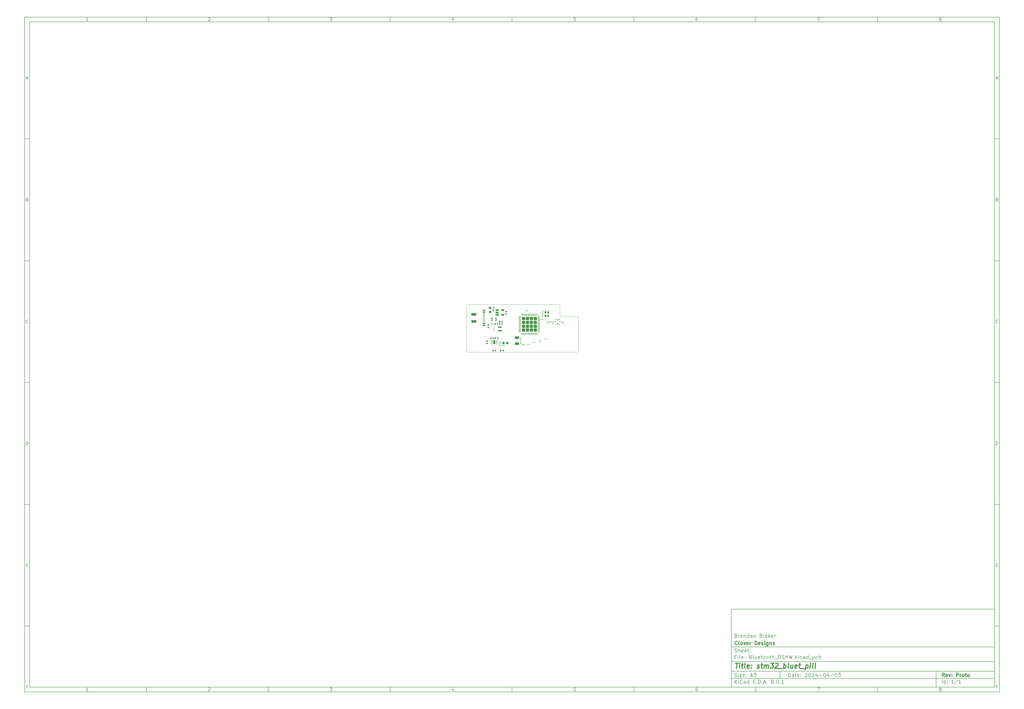
<source format=gbr>
%TF.GenerationSoftware,KiCad,Pcbnew,8.0.1*%
%TF.CreationDate,2024-04-03T21:58:22-07:00*%
%TF.ProjectId,Bluetooth_OSHW,426c7565-746f-46f7-9468-5f4f5348572e,Proto*%
%TF.SameCoordinates,Original*%
%TF.FileFunction,Paste,Top*%
%TF.FilePolarity,Positive*%
%FSLAX46Y46*%
G04 Gerber Fmt 4.6, Leading zero omitted, Abs format (unit mm)*
G04 Created by KiCad (PCBNEW 8.0.1) date 2024-04-03 21:58:22*
%MOMM*%
%LPD*%
G01*
G04 APERTURE LIST*
G04 Aperture macros list*
%AMRoundRect*
0 Rectangle with rounded corners*
0 $1 Rounding radius*
0 $2 $3 $4 $5 $6 $7 $8 $9 X,Y pos of 4 corners*
0 Add a 4 corners polygon primitive as box body*
4,1,4,$2,$3,$4,$5,$6,$7,$8,$9,$2,$3,0*
0 Add four circle primitives for the rounded corners*
1,1,$1+$1,$2,$3*
1,1,$1+$1,$4,$5*
1,1,$1+$1,$6,$7*
1,1,$1+$1,$8,$9*
0 Add four rect primitives between the rounded corners*
20,1,$1+$1,$2,$3,$4,$5,0*
20,1,$1+$1,$4,$5,$6,$7,0*
20,1,$1+$1,$6,$7,$8,$9,0*
20,1,$1+$1,$8,$9,$2,$3,0*%
G04 Aperture macros list end*
%ADD10C,0.100000*%
%ADD11C,0.150000*%
%ADD12C,0.300000*%
%ADD13C,0.400000*%
%ADD14RoundRect,0.079500X0.079500X0.100500X-0.079500X0.100500X-0.079500X-0.100500X0.079500X-0.100500X0*%
%ADD15RoundRect,0.079500X-0.079500X-0.100500X0.079500X-0.100500X0.079500X0.100500X-0.079500X0.100500X0*%
%ADD16RoundRect,0.079500X-0.100500X0.079500X-0.100500X-0.079500X0.100500X-0.079500X0.100500X0.079500X0*%
%ADD17RoundRect,0.140000X-0.140000X-0.170000X0.140000X-0.170000X0.140000X0.170000X-0.140000X0.170000X0*%
%ADD18C,0.200000*%
%ADD19RoundRect,0.225000X0.225000X0.250000X-0.225000X0.250000X-0.225000X-0.250000X0.225000X-0.250000X0*%
%ADD20RoundRect,0.147500X0.147500X0.172500X-0.147500X0.172500X-0.147500X-0.172500X0.147500X-0.172500X0*%
%ADD21RoundRect,0.225000X0.250000X-0.225000X0.250000X0.225000X-0.250000X0.225000X-0.250000X-0.225000X0*%
%ADD22RoundRect,0.140000X0.140000X0.170000X-0.140000X0.170000X-0.140000X-0.170000X0.140000X-0.170000X0*%
%ADD23RoundRect,0.140000X-0.170000X0.140000X-0.170000X-0.140000X0.170000X-0.140000X0.170000X0.140000X0*%
%ADD24R,1.600000X0.550000*%
%ADD25RoundRect,0.135000X0.135000X0.185000X-0.135000X0.185000X-0.135000X-0.185000X0.135000X-0.185000X0*%
%ADD26RoundRect,0.135000X-0.185000X0.135000X-0.185000X-0.135000X0.185000X-0.135000X0.185000X0.135000X0*%
%ADD27RoundRect,0.079500X0.100500X-0.079500X0.100500X0.079500X-0.100500X0.079500X-0.100500X-0.079500X0*%
%ADD28R,2.000000X1.000000*%
%ADD29R,1.000000X0.520000*%
%ADD30R,1.000000X0.270000*%
%ADD31R,0.800000X0.900000*%
%ADD32R,0.300000X0.400000*%
%ADD33R,0.400000X0.400000*%
%ADD34R,0.500000X0.300000*%
%ADD35RoundRect,0.050000X0.200000X0.050000X-0.200000X0.050000X-0.200000X-0.050000X0.200000X-0.050000X0*%
%ADD36RoundRect,0.050000X-0.200000X-0.050000X0.200000X-0.050000X0.200000X0.050000X-0.200000X0.050000X0*%
%ADD37RoundRect,0.050000X-0.400000X-0.700000X0.400000X-0.700000X0.400000X0.700000X-0.400000X0.700000X0*%
%ADD38R,1.800000X1.000000*%
%ADD39RoundRect,0.093750X0.156250X0.093750X-0.156250X0.093750X-0.156250X-0.093750X0.156250X-0.093750X0*%
%ADD40RoundRect,0.075000X0.250000X0.075000X-0.250000X0.075000X-0.250000X-0.075000X0.250000X-0.075000X0*%
%ADD41RoundRect,0.150000X-0.512500X-0.150000X0.512500X-0.150000X0.512500X0.150000X-0.512500X0.150000X0*%
%ADD42RoundRect,0.140000X0.170000X-0.140000X0.170000X0.140000X-0.170000X0.140000X-0.170000X-0.140000X0*%
%ADD43RoundRect,0.249999X0.395001X-0.395001X0.395001X0.395001X-0.395001X0.395001X-0.395001X-0.395001X0*%
%ADD44RoundRect,0.062500X0.062500X-0.400000X0.062500X0.400000X-0.062500X0.400000X-0.062500X-0.400000X0*%
%ADD45RoundRect,0.062500X0.400000X-0.062500X0.400000X0.062500X-0.400000X0.062500X-0.400000X-0.062500X0*%
%TA.AperFunction,Profile*%
%ADD46C,0.100000*%
%TD*%
G04 APERTURE END LIST*
D10*
D11*
X299989000Y-253002200D02*
X407989000Y-253002200D01*
X407989000Y-285002200D01*
X299989000Y-285002200D01*
X299989000Y-253002200D01*
D10*
D11*
X10000000Y-10000000D02*
X409989000Y-10000000D01*
X409989000Y-287002200D01*
X10000000Y-287002200D01*
X10000000Y-10000000D01*
D10*
D11*
X12000000Y-12000000D02*
X407989000Y-12000000D01*
X407989000Y-285002200D01*
X12000000Y-285002200D01*
X12000000Y-12000000D01*
D10*
D11*
X60000000Y-12000000D02*
X60000000Y-10000000D01*
D10*
D11*
X110000000Y-12000000D02*
X110000000Y-10000000D01*
D10*
D11*
X160000000Y-12000000D02*
X160000000Y-10000000D01*
D10*
D11*
X210000000Y-12000000D02*
X210000000Y-10000000D01*
D10*
D11*
X260000000Y-12000000D02*
X260000000Y-10000000D01*
D10*
D11*
X310000000Y-12000000D02*
X310000000Y-10000000D01*
D10*
D11*
X360000000Y-12000000D02*
X360000000Y-10000000D01*
D10*
D11*
X36089160Y-11593604D02*
X35346303Y-11593604D01*
X35717731Y-11593604D02*
X35717731Y-10293604D01*
X35717731Y-10293604D02*
X35593922Y-10479319D01*
X35593922Y-10479319D02*
X35470112Y-10603128D01*
X35470112Y-10603128D02*
X35346303Y-10665033D01*
D10*
D11*
X85346303Y-10417414D02*
X85408207Y-10355509D01*
X85408207Y-10355509D02*
X85532017Y-10293604D01*
X85532017Y-10293604D02*
X85841541Y-10293604D01*
X85841541Y-10293604D02*
X85965350Y-10355509D01*
X85965350Y-10355509D02*
X86027255Y-10417414D01*
X86027255Y-10417414D02*
X86089160Y-10541223D01*
X86089160Y-10541223D02*
X86089160Y-10665033D01*
X86089160Y-10665033D02*
X86027255Y-10850747D01*
X86027255Y-10850747D02*
X85284398Y-11593604D01*
X85284398Y-11593604D02*
X86089160Y-11593604D01*
D10*
D11*
X135284398Y-10293604D02*
X136089160Y-10293604D01*
X136089160Y-10293604D02*
X135655826Y-10788842D01*
X135655826Y-10788842D02*
X135841541Y-10788842D01*
X135841541Y-10788842D02*
X135965350Y-10850747D01*
X135965350Y-10850747D02*
X136027255Y-10912652D01*
X136027255Y-10912652D02*
X136089160Y-11036461D01*
X136089160Y-11036461D02*
X136089160Y-11345985D01*
X136089160Y-11345985D02*
X136027255Y-11469795D01*
X136027255Y-11469795D02*
X135965350Y-11531700D01*
X135965350Y-11531700D02*
X135841541Y-11593604D01*
X135841541Y-11593604D02*
X135470112Y-11593604D01*
X135470112Y-11593604D02*
X135346303Y-11531700D01*
X135346303Y-11531700D02*
X135284398Y-11469795D01*
D10*
D11*
X185965350Y-10726938D02*
X185965350Y-11593604D01*
X185655826Y-10231700D02*
X185346303Y-11160271D01*
X185346303Y-11160271D02*
X186151064Y-11160271D01*
D10*
D11*
X236027255Y-10293604D02*
X235408207Y-10293604D01*
X235408207Y-10293604D02*
X235346303Y-10912652D01*
X235346303Y-10912652D02*
X235408207Y-10850747D01*
X235408207Y-10850747D02*
X235532017Y-10788842D01*
X235532017Y-10788842D02*
X235841541Y-10788842D01*
X235841541Y-10788842D02*
X235965350Y-10850747D01*
X235965350Y-10850747D02*
X236027255Y-10912652D01*
X236027255Y-10912652D02*
X236089160Y-11036461D01*
X236089160Y-11036461D02*
X236089160Y-11345985D01*
X236089160Y-11345985D02*
X236027255Y-11469795D01*
X236027255Y-11469795D02*
X235965350Y-11531700D01*
X235965350Y-11531700D02*
X235841541Y-11593604D01*
X235841541Y-11593604D02*
X235532017Y-11593604D01*
X235532017Y-11593604D02*
X235408207Y-11531700D01*
X235408207Y-11531700D02*
X235346303Y-11469795D01*
D10*
D11*
X285965350Y-10293604D02*
X285717731Y-10293604D01*
X285717731Y-10293604D02*
X285593922Y-10355509D01*
X285593922Y-10355509D02*
X285532017Y-10417414D01*
X285532017Y-10417414D02*
X285408207Y-10603128D01*
X285408207Y-10603128D02*
X285346303Y-10850747D01*
X285346303Y-10850747D02*
X285346303Y-11345985D01*
X285346303Y-11345985D02*
X285408207Y-11469795D01*
X285408207Y-11469795D02*
X285470112Y-11531700D01*
X285470112Y-11531700D02*
X285593922Y-11593604D01*
X285593922Y-11593604D02*
X285841541Y-11593604D01*
X285841541Y-11593604D02*
X285965350Y-11531700D01*
X285965350Y-11531700D02*
X286027255Y-11469795D01*
X286027255Y-11469795D02*
X286089160Y-11345985D01*
X286089160Y-11345985D02*
X286089160Y-11036461D01*
X286089160Y-11036461D02*
X286027255Y-10912652D01*
X286027255Y-10912652D02*
X285965350Y-10850747D01*
X285965350Y-10850747D02*
X285841541Y-10788842D01*
X285841541Y-10788842D02*
X285593922Y-10788842D01*
X285593922Y-10788842D02*
X285470112Y-10850747D01*
X285470112Y-10850747D02*
X285408207Y-10912652D01*
X285408207Y-10912652D02*
X285346303Y-11036461D01*
D10*
D11*
X335284398Y-10293604D02*
X336151064Y-10293604D01*
X336151064Y-10293604D02*
X335593922Y-11593604D01*
D10*
D11*
X385593922Y-10850747D02*
X385470112Y-10788842D01*
X385470112Y-10788842D02*
X385408207Y-10726938D01*
X385408207Y-10726938D02*
X385346303Y-10603128D01*
X385346303Y-10603128D02*
X385346303Y-10541223D01*
X385346303Y-10541223D02*
X385408207Y-10417414D01*
X385408207Y-10417414D02*
X385470112Y-10355509D01*
X385470112Y-10355509D02*
X385593922Y-10293604D01*
X385593922Y-10293604D02*
X385841541Y-10293604D01*
X385841541Y-10293604D02*
X385965350Y-10355509D01*
X385965350Y-10355509D02*
X386027255Y-10417414D01*
X386027255Y-10417414D02*
X386089160Y-10541223D01*
X386089160Y-10541223D02*
X386089160Y-10603128D01*
X386089160Y-10603128D02*
X386027255Y-10726938D01*
X386027255Y-10726938D02*
X385965350Y-10788842D01*
X385965350Y-10788842D02*
X385841541Y-10850747D01*
X385841541Y-10850747D02*
X385593922Y-10850747D01*
X385593922Y-10850747D02*
X385470112Y-10912652D01*
X385470112Y-10912652D02*
X385408207Y-10974557D01*
X385408207Y-10974557D02*
X385346303Y-11098366D01*
X385346303Y-11098366D02*
X385346303Y-11345985D01*
X385346303Y-11345985D02*
X385408207Y-11469795D01*
X385408207Y-11469795D02*
X385470112Y-11531700D01*
X385470112Y-11531700D02*
X385593922Y-11593604D01*
X385593922Y-11593604D02*
X385841541Y-11593604D01*
X385841541Y-11593604D02*
X385965350Y-11531700D01*
X385965350Y-11531700D02*
X386027255Y-11469795D01*
X386027255Y-11469795D02*
X386089160Y-11345985D01*
X386089160Y-11345985D02*
X386089160Y-11098366D01*
X386089160Y-11098366D02*
X386027255Y-10974557D01*
X386027255Y-10974557D02*
X385965350Y-10912652D01*
X385965350Y-10912652D02*
X385841541Y-10850747D01*
D10*
D11*
X60000000Y-285002200D02*
X60000000Y-287002200D01*
D10*
D11*
X110000000Y-285002200D02*
X110000000Y-287002200D01*
D10*
D11*
X160000000Y-285002200D02*
X160000000Y-287002200D01*
D10*
D11*
X210000000Y-285002200D02*
X210000000Y-287002200D01*
D10*
D11*
X260000000Y-285002200D02*
X260000000Y-287002200D01*
D10*
D11*
X310000000Y-285002200D02*
X310000000Y-287002200D01*
D10*
D11*
X360000000Y-285002200D02*
X360000000Y-287002200D01*
D10*
D11*
X36089160Y-286595804D02*
X35346303Y-286595804D01*
X35717731Y-286595804D02*
X35717731Y-285295804D01*
X35717731Y-285295804D02*
X35593922Y-285481519D01*
X35593922Y-285481519D02*
X35470112Y-285605328D01*
X35470112Y-285605328D02*
X35346303Y-285667233D01*
D10*
D11*
X85346303Y-285419614D02*
X85408207Y-285357709D01*
X85408207Y-285357709D02*
X85532017Y-285295804D01*
X85532017Y-285295804D02*
X85841541Y-285295804D01*
X85841541Y-285295804D02*
X85965350Y-285357709D01*
X85965350Y-285357709D02*
X86027255Y-285419614D01*
X86027255Y-285419614D02*
X86089160Y-285543423D01*
X86089160Y-285543423D02*
X86089160Y-285667233D01*
X86089160Y-285667233D02*
X86027255Y-285852947D01*
X86027255Y-285852947D02*
X85284398Y-286595804D01*
X85284398Y-286595804D02*
X86089160Y-286595804D01*
D10*
D11*
X135284398Y-285295804D02*
X136089160Y-285295804D01*
X136089160Y-285295804D02*
X135655826Y-285791042D01*
X135655826Y-285791042D02*
X135841541Y-285791042D01*
X135841541Y-285791042D02*
X135965350Y-285852947D01*
X135965350Y-285852947D02*
X136027255Y-285914852D01*
X136027255Y-285914852D02*
X136089160Y-286038661D01*
X136089160Y-286038661D02*
X136089160Y-286348185D01*
X136089160Y-286348185D02*
X136027255Y-286471995D01*
X136027255Y-286471995D02*
X135965350Y-286533900D01*
X135965350Y-286533900D02*
X135841541Y-286595804D01*
X135841541Y-286595804D02*
X135470112Y-286595804D01*
X135470112Y-286595804D02*
X135346303Y-286533900D01*
X135346303Y-286533900D02*
X135284398Y-286471995D01*
D10*
D11*
X185965350Y-285729138D02*
X185965350Y-286595804D01*
X185655826Y-285233900D02*
X185346303Y-286162471D01*
X185346303Y-286162471D02*
X186151064Y-286162471D01*
D10*
D11*
X236027255Y-285295804D02*
X235408207Y-285295804D01*
X235408207Y-285295804D02*
X235346303Y-285914852D01*
X235346303Y-285914852D02*
X235408207Y-285852947D01*
X235408207Y-285852947D02*
X235532017Y-285791042D01*
X235532017Y-285791042D02*
X235841541Y-285791042D01*
X235841541Y-285791042D02*
X235965350Y-285852947D01*
X235965350Y-285852947D02*
X236027255Y-285914852D01*
X236027255Y-285914852D02*
X236089160Y-286038661D01*
X236089160Y-286038661D02*
X236089160Y-286348185D01*
X236089160Y-286348185D02*
X236027255Y-286471995D01*
X236027255Y-286471995D02*
X235965350Y-286533900D01*
X235965350Y-286533900D02*
X235841541Y-286595804D01*
X235841541Y-286595804D02*
X235532017Y-286595804D01*
X235532017Y-286595804D02*
X235408207Y-286533900D01*
X235408207Y-286533900D02*
X235346303Y-286471995D01*
D10*
D11*
X285965350Y-285295804D02*
X285717731Y-285295804D01*
X285717731Y-285295804D02*
X285593922Y-285357709D01*
X285593922Y-285357709D02*
X285532017Y-285419614D01*
X285532017Y-285419614D02*
X285408207Y-285605328D01*
X285408207Y-285605328D02*
X285346303Y-285852947D01*
X285346303Y-285852947D02*
X285346303Y-286348185D01*
X285346303Y-286348185D02*
X285408207Y-286471995D01*
X285408207Y-286471995D02*
X285470112Y-286533900D01*
X285470112Y-286533900D02*
X285593922Y-286595804D01*
X285593922Y-286595804D02*
X285841541Y-286595804D01*
X285841541Y-286595804D02*
X285965350Y-286533900D01*
X285965350Y-286533900D02*
X286027255Y-286471995D01*
X286027255Y-286471995D02*
X286089160Y-286348185D01*
X286089160Y-286348185D02*
X286089160Y-286038661D01*
X286089160Y-286038661D02*
X286027255Y-285914852D01*
X286027255Y-285914852D02*
X285965350Y-285852947D01*
X285965350Y-285852947D02*
X285841541Y-285791042D01*
X285841541Y-285791042D02*
X285593922Y-285791042D01*
X285593922Y-285791042D02*
X285470112Y-285852947D01*
X285470112Y-285852947D02*
X285408207Y-285914852D01*
X285408207Y-285914852D02*
X285346303Y-286038661D01*
D10*
D11*
X335284398Y-285295804D02*
X336151064Y-285295804D01*
X336151064Y-285295804D02*
X335593922Y-286595804D01*
D10*
D11*
X385593922Y-285852947D02*
X385470112Y-285791042D01*
X385470112Y-285791042D02*
X385408207Y-285729138D01*
X385408207Y-285729138D02*
X385346303Y-285605328D01*
X385346303Y-285605328D02*
X385346303Y-285543423D01*
X385346303Y-285543423D02*
X385408207Y-285419614D01*
X385408207Y-285419614D02*
X385470112Y-285357709D01*
X385470112Y-285357709D02*
X385593922Y-285295804D01*
X385593922Y-285295804D02*
X385841541Y-285295804D01*
X385841541Y-285295804D02*
X385965350Y-285357709D01*
X385965350Y-285357709D02*
X386027255Y-285419614D01*
X386027255Y-285419614D02*
X386089160Y-285543423D01*
X386089160Y-285543423D02*
X386089160Y-285605328D01*
X386089160Y-285605328D02*
X386027255Y-285729138D01*
X386027255Y-285729138D02*
X385965350Y-285791042D01*
X385965350Y-285791042D02*
X385841541Y-285852947D01*
X385841541Y-285852947D02*
X385593922Y-285852947D01*
X385593922Y-285852947D02*
X385470112Y-285914852D01*
X385470112Y-285914852D02*
X385408207Y-285976757D01*
X385408207Y-285976757D02*
X385346303Y-286100566D01*
X385346303Y-286100566D02*
X385346303Y-286348185D01*
X385346303Y-286348185D02*
X385408207Y-286471995D01*
X385408207Y-286471995D02*
X385470112Y-286533900D01*
X385470112Y-286533900D02*
X385593922Y-286595804D01*
X385593922Y-286595804D02*
X385841541Y-286595804D01*
X385841541Y-286595804D02*
X385965350Y-286533900D01*
X385965350Y-286533900D02*
X386027255Y-286471995D01*
X386027255Y-286471995D02*
X386089160Y-286348185D01*
X386089160Y-286348185D02*
X386089160Y-286100566D01*
X386089160Y-286100566D02*
X386027255Y-285976757D01*
X386027255Y-285976757D02*
X385965350Y-285914852D01*
X385965350Y-285914852D02*
X385841541Y-285852947D01*
D10*
D11*
X10000000Y-60000000D02*
X12000000Y-60000000D01*
D10*
D11*
X10000000Y-110000000D02*
X12000000Y-110000000D01*
D10*
D11*
X10000000Y-160000000D02*
X12000000Y-160000000D01*
D10*
D11*
X10000000Y-210000000D02*
X12000000Y-210000000D01*
D10*
D11*
X10000000Y-260000000D02*
X12000000Y-260000000D01*
D10*
D11*
X10690476Y-35222176D02*
X11309523Y-35222176D01*
X10566666Y-35593604D02*
X10999999Y-34293604D01*
X10999999Y-34293604D02*
X11433333Y-35593604D01*
D10*
D11*
X11092857Y-84912652D02*
X11278571Y-84974557D01*
X11278571Y-84974557D02*
X11340476Y-85036461D01*
X11340476Y-85036461D02*
X11402380Y-85160271D01*
X11402380Y-85160271D02*
X11402380Y-85345985D01*
X11402380Y-85345985D02*
X11340476Y-85469795D01*
X11340476Y-85469795D02*
X11278571Y-85531700D01*
X11278571Y-85531700D02*
X11154761Y-85593604D01*
X11154761Y-85593604D02*
X10659523Y-85593604D01*
X10659523Y-85593604D02*
X10659523Y-84293604D01*
X10659523Y-84293604D02*
X11092857Y-84293604D01*
X11092857Y-84293604D02*
X11216666Y-84355509D01*
X11216666Y-84355509D02*
X11278571Y-84417414D01*
X11278571Y-84417414D02*
X11340476Y-84541223D01*
X11340476Y-84541223D02*
X11340476Y-84665033D01*
X11340476Y-84665033D02*
X11278571Y-84788842D01*
X11278571Y-84788842D02*
X11216666Y-84850747D01*
X11216666Y-84850747D02*
X11092857Y-84912652D01*
X11092857Y-84912652D02*
X10659523Y-84912652D01*
D10*
D11*
X11402380Y-135469795D02*
X11340476Y-135531700D01*
X11340476Y-135531700D02*
X11154761Y-135593604D01*
X11154761Y-135593604D02*
X11030952Y-135593604D01*
X11030952Y-135593604D02*
X10845238Y-135531700D01*
X10845238Y-135531700D02*
X10721428Y-135407890D01*
X10721428Y-135407890D02*
X10659523Y-135284080D01*
X10659523Y-135284080D02*
X10597619Y-135036461D01*
X10597619Y-135036461D02*
X10597619Y-134850747D01*
X10597619Y-134850747D02*
X10659523Y-134603128D01*
X10659523Y-134603128D02*
X10721428Y-134479319D01*
X10721428Y-134479319D02*
X10845238Y-134355509D01*
X10845238Y-134355509D02*
X11030952Y-134293604D01*
X11030952Y-134293604D02*
X11154761Y-134293604D01*
X11154761Y-134293604D02*
X11340476Y-134355509D01*
X11340476Y-134355509D02*
X11402380Y-134417414D01*
D10*
D11*
X10659523Y-185593604D02*
X10659523Y-184293604D01*
X10659523Y-184293604D02*
X10969047Y-184293604D01*
X10969047Y-184293604D02*
X11154761Y-184355509D01*
X11154761Y-184355509D02*
X11278571Y-184479319D01*
X11278571Y-184479319D02*
X11340476Y-184603128D01*
X11340476Y-184603128D02*
X11402380Y-184850747D01*
X11402380Y-184850747D02*
X11402380Y-185036461D01*
X11402380Y-185036461D02*
X11340476Y-185284080D01*
X11340476Y-185284080D02*
X11278571Y-185407890D01*
X11278571Y-185407890D02*
X11154761Y-185531700D01*
X11154761Y-185531700D02*
X10969047Y-185593604D01*
X10969047Y-185593604D02*
X10659523Y-185593604D01*
D10*
D11*
X10721428Y-234912652D02*
X11154762Y-234912652D01*
X11340476Y-235593604D02*
X10721428Y-235593604D01*
X10721428Y-235593604D02*
X10721428Y-234293604D01*
X10721428Y-234293604D02*
X11340476Y-234293604D01*
D10*
D11*
X11185714Y-284912652D02*
X10752380Y-284912652D01*
X10752380Y-285593604D02*
X10752380Y-284293604D01*
X10752380Y-284293604D02*
X11371428Y-284293604D01*
D10*
D11*
X409989000Y-60000000D02*
X407989000Y-60000000D01*
D10*
D11*
X409989000Y-110000000D02*
X407989000Y-110000000D01*
D10*
D11*
X409989000Y-160000000D02*
X407989000Y-160000000D01*
D10*
D11*
X409989000Y-210000000D02*
X407989000Y-210000000D01*
D10*
D11*
X409989000Y-260000000D02*
X407989000Y-260000000D01*
D10*
D11*
X408679476Y-35222176D02*
X409298523Y-35222176D01*
X408555666Y-35593604D02*
X408988999Y-34293604D01*
X408988999Y-34293604D02*
X409422333Y-35593604D01*
D10*
D11*
X409081857Y-84912652D02*
X409267571Y-84974557D01*
X409267571Y-84974557D02*
X409329476Y-85036461D01*
X409329476Y-85036461D02*
X409391380Y-85160271D01*
X409391380Y-85160271D02*
X409391380Y-85345985D01*
X409391380Y-85345985D02*
X409329476Y-85469795D01*
X409329476Y-85469795D02*
X409267571Y-85531700D01*
X409267571Y-85531700D02*
X409143761Y-85593604D01*
X409143761Y-85593604D02*
X408648523Y-85593604D01*
X408648523Y-85593604D02*
X408648523Y-84293604D01*
X408648523Y-84293604D02*
X409081857Y-84293604D01*
X409081857Y-84293604D02*
X409205666Y-84355509D01*
X409205666Y-84355509D02*
X409267571Y-84417414D01*
X409267571Y-84417414D02*
X409329476Y-84541223D01*
X409329476Y-84541223D02*
X409329476Y-84665033D01*
X409329476Y-84665033D02*
X409267571Y-84788842D01*
X409267571Y-84788842D02*
X409205666Y-84850747D01*
X409205666Y-84850747D02*
X409081857Y-84912652D01*
X409081857Y-84912652D02*
X408648523Y-84912652D01*
D10*
D11*
X409391380Y-135469795D02*
X409329476Y-135531700D01*
X409329476Y-135531700D02*
X409143761Y-135593604D01*
X409143761Y-135593604D02*
X409019952Y-135593604D01*
X409019952Y-135593604D02*
X408834238Y-135531700D01*
X408834238Y-135531700D02*
X408710428Y-135407890D01*
X408710428Y-135407890D02*
X408648523Y-135284080D01*
X408648523Y-135284080D02*
X408586619Y-135036461D01*
X408586619Y-135036461D02*
X408586619Y-134850747D01*
X408586619Y-134850747D02*
X408648523Y-134603128D01*
X408648523Y-134603128D02*
X408710428Y-134479319D01*
X408710428Y-134479319D02*
X408834238Y-134355509D01*
X408834238Y-134355509D02*
X409019952Y-134293604D01*
X409019952Y-134293604D02*
X409143761Y-134293604D01*
X409143761Y-134293604D02*
X409329476Y-134355509D01*
X409329476Y-134355509D02*
X409391380Y-134417414D01*
D10*
D11*
X408648523Y-185593604D02*
X408648523Y-184293604D01*
X408648523Y-184293604D02*
X408958047Y-184293604D01*
X408958047Y-184293604D02*
X409143761Y-184355509D01*
X409143761Y-184355509D02*
X409267571Y-184479319D01*
X409267571Y-184479319D02*
X409329476Y-184603128D01*
X409329476Y-184603128D02*
X409391380Y-184850747D01*
X409391380Y-184850747D02*
X409391380Y-185036461D01*
X409391380Y-185036461D02*
X409329476Y-185284080D01*
X409329476Y-185284080D02*
X409267571Y-185407890D01*
X409267571Y-185407890D02*
X409143761Y-185531700D01*
X409143761Y-185531700D02*
X408958047Y-185593604D01*
X408958047Y-185593604D02*
X408648523Y-185593604D01*
D10*
D11*
X408710428Y-234912652D02*
X409143762Y-234912652D01*
X409329476Y-235593604D02*
X408710428Y-235593604D01*
X408710428Y-235593604D02*
X408710428Y-234293604D01*
X408710428Y-234293604D02*
X409329476Y-234293604D01*
D10*
D11*
X409174714Y-284912652D02*
X408741380Y-284912652D01*
X408741380Y-285593604D02*
X408741380Y-284293604D01*
X408741380Y-284293604D02*
X409360428Y-284293604D01*
D10*
D11*
X323444826Y-280788328D02*
X323444826Y-279288328D01*
X323444826Y-279288328D02*
X323801969Y-279288328D01*
X323801969Y-279288328D02*
X324016255Y-279359757D01*
X324016255Y-279359757D02*
X324159112Y-279502614D01*
X324159112Y-279502614D02*
X324230541Y-279645471D01*
X324230541Y-279645471D02*
X324301969Y-279931185D01*
X324301969Y-279931185D02*
X324301969Y-280145471D01*
X324301969Y-280145471D02*
X324230541Y-280431185D01*
X324230541Y-280431185D02*
X324159112Y-280574042D01*
X324159112Y-280574042D02*
X324016255Y-280716900D01*
X324016255Y-280716900D02*
X323801969Y-280788328D01*
X323801969Y-280788328D02*
X323444826Y-280788328D01*
X325587684Y-280788328D02*
X325587684Y-280002614D01*
X325587684Y-280002614D02*
X325516255Y-279859757D01*
X325516255Y-279859757D02*
X325373398Y-279788328D01*
X325373398Y-279788328D02*
X325087684Y-279788328D01*
X325087684Y-279788328D02*
X324944826Y-279859757D01*
X325587684Y-280716900D02*
X325444826Y-280788328D01*
X325444826Y-280788328D02*
X325087684Y-280788328D01*
X325087684Y-280788328D02*
X324944826Y-280716900D01*
X324944826Y-280716900D02*
X324873398Y-280574042D01*
X324873398Y-280574042D02*
X324873398Y-280431185D01*
X324873398Y-280431185D02*
X324944826Y-280288328D01*
X324944826Y-280288328D02*
X325087684Y-280216900D01*
X325087684Y-280216900D02*
X325444826Y-280216900D01*
X325444826Y-280216900D02*
X325587684Y-280145471D01*
X326087684Y-279788328D02*
X326659112Y-279788328D01*
X326301969Y-279288328D02*
X326301969Y-280574042D01*
X326301969Y-280574042D02*
X326373398Y-280716900D01*
X326373398Y-280716900D02*
X326516255Y-280788328D01*
X326516255Y-280788328D02*
X326659112Y-280788328D01*
X327730541Y-280716900D02*
X327587684Y-280788328D01*
X327587684Y-280788328D02*
X327301970Y-280788328D01*
X327301970Y-280788328D02*
X327159112Y-280716900D01*
X327159112Y-280716900D02*
X327087684Y-280574042D01*
X327087684Y-280574042D02*
X327087684Y-280002614D01*
X327087684Y-280002614D02*
X327159112Y-279859757D01*
X327159112Y-279859757D02*
X327301970Y-279788328D01*
X327301970Y-279788328D02*
X327587684Y-279788328D01*
X327587684Y-279788328D02*
X327730541Y-279859757D01*
X327730541Y-279859757D02*
X327801970Y-280002614D01*
X327801970Y-280002614D02*
X327801970Y-280145471D01*
X327801970Y-280145471D02*
X327087684Y-280288328D01*
X328444826Y-280645471D02*
X328516255Y-280716900D01*
X328516255Y-280716900D02*
X328444826Y-280788328D01*
X328444826Y-280788328D02*
X328373398Y-280716900D01*
X328373398Y-280716900D02*
X328444826Y-280645471D01*
X328444826Y-280645471D02*
X328444826Y-280788328D01*
X328444826Y-279859757D02*
X328516255Y-279931185D01*
X328516255Y-279931185D02*
X328444826Y-280002614D01*
X328444826Y-280002614D02*
X328373398Y-279931185D01*
X328373398Y-279931185D02*
X328444826Y-279859757D01*
X328444826Y-279859757D02*
X328444826Y-280002614D01*
X330230541Y-279431185D02*
X330301969Y-279359757D01*
X330301969Y-279359757D02*
X330444827Y-279288328D01*
X330444827Y-279288328D02*
X330801969Y-279288328D01*
X330801969Y-279288328D02*
X330944827Y-279359757D01*
X330944827Y-279359757D02*
X331016255Y-279431185D01*
X331016255Y-279431185D02*
X331087684Y-279574042D01*
X331087684Y-279574042D02*
X331087684Y-279716900D01*
X331087684Y-279716900D02*
X331016255Y-279931185D01*
X331016255Y-279931185D02*
X330159112Y-280788328D01*
X330159112Y-280788328D02*
X331087684Y-280788328D01*
X332016255Y-279288328D02*
X332159112Y-279288328D01*
X332159112Y-279288328D02*
X332301969Y-279359757D01*
X332301969Y-279359757D02*
X332373398Y-279431185D01*
X332373398Y-279431185D02*
X332444826Y-279574042D01*
X332444826Y-279574042D02*
X332516255Y-279859757D01*
X332516255Y-279859757D02*
X332516255Y-280216900D01*
X332516255Y-280216900D02*
X332444826Y-280502614D01*
X332444826Y-280502614D02*
X332373398Y-280645471D01*
X332373398Y-280645471D02*
X332301969Y-280716900D01*
X332301969Y-280716900D02*
X332159112Y-280788328D01*
X332159112Y-280788328D02*
X332016255Y-280788328D01*
X332016255Y-280788328D02*
X331873398Y-280716900D01*
X331873398Y-280716900D02*
X331801969Y-280645471D01*
X331801969Y-280645471D02*
X331730540Y-280502614D01*
X331730540Y-280502614D02*
X331659112Y-280216900D01*
X331659112Y-280216900D02*
X331659112Y-279859757D01*
X331659112Y-279859757D02*
X331730540Y-279574042D01*
X331730540Y-279574042D02*
X331801969Y-279431185D01*
X331801969Y-279431185D02*
X331873398Y-279359757D01*
X331873398Y-279359757D02*
X332016255Y-279288328D01*
X333087683Y-279431185D02*
X333159111Y-279359757D01*
X333159111Y-279359757D02*
X333301969Y-279288328D01*
X333301969Y-279288328D02*
X333659111Y-279288328D01*
X333659111Y-279288328D02*
X333801969Y-279359757D01*
X333801969Y-279359757D02*
X333873397Y-279431185D01*
X333873397Y-279431185D02*
X333944826Y-279574042D01*
X333944826Y-279574042D02*
X333944826Y-279716900D01*
X333944826Y-279716900D02*
X333873397Y-279931185D01*
X333873397Y-279931185D02*
X333016254Y-280788328D01*
X333016254Y-280788328D02*
X333944826Y-280788328D01*
X335230540Y-279788328D02*
X335230540Y-280788328D01*
X334873397Y-279216900D02*
X334516254Y-280288328D01*
X334516254Y-280288328D02*
X335444825Y-280288328D01*
X336016253Y-280216900D02*
X337159111Y-280216900D01*
X338159111Y-279288328D02*
X338301968Y-279288328D01*
X338301968Y-279288328D02*
X338444825Y-279359757D01*
X338444825Y-279359757D02*
X338516254Y-279431185D01*
X338516254Y-279431185D02*
X338587682Y-279574042D01*
X338587682Y-279574042D02*
X338659111Y-279859757D01*
X338659111Y-279859757D02*
X338659111Y-280216900D01*
X338659111Y-280216900D02*
X338587682Y-280502614D01*
X338587682Y-280502614D02*
X338516254Y-280645471D01*
X338516254Y-280645471D02*
X338444825Y-280716900D01*
X338444825Y-280716900D02*
X338301968Y-280788328D01*
X338301968Y-280788328D02*
X338159111Y-280788328D01*
X338159111Y-280788328D02*
X338016254Y-280716900D01*
X338016254Y-280716900D02*
X337944825Y-280645471D01*
X337944825Y-280645471D02*
X337873396Y-280502614D01*
X337873396Y-280502614D02*
X337801968Y-280216900D01*
X337801968Y-280216900D02*
X337801968Y-279859757D01*
X337801968Y-279859757D02*
X337873396Y-279574042D01*
X337873396Y-279574042D02*
X337944825Y-279431185D01*
X337944825Y-279431185D02*
X338016254Y-279359757D01*
X338016254Y-279359757D02*
X338159111Y-279288328D01*
X339944825Y-279788328D02*
X339944825Y-280788328D01*
X339587682Y-279216900D02*
X339230539Y-280288328D01*
X339230539Y-280288328D02*
X340159110Y-280288328D01*
X340730538Y-280216900D02*
X341873396Y-280216900D01*
X342873396Y-279288328D02*
X343016253Y-279288328D01*
X343016253Y-279288328D02*
X343159110Y-279359757D01*
X343159110Y-279359757D02*
X343230539Y-279431185D01*
X343230539Y-279431185D02*
X343301967Y-279574042D01*
X343301967Y-279574042D02*
X343373396Y-279859757D01*
X343373396Y-279859757D02*
X343373396Y-280216900D01*
X343373396Y-280216900D02*
X343301967Y-280502614D01*
X343301967Y-280502614D02*
X343230539Y-280645471D01*
X343230539Y-280645471D02*
X343159110Y-280716900D01*
X343159110Y-280716900D02*
X343016253Y-280788328D01*
X343016253Y-280788328D02*
X342873396Y-280788328D01*
X342873396Y-280788328D02*
X342730539Y-280716900D01*
X342730539Y-280716900D02*
X342659110Y-280645471D01*
X342659110Y-280645471D02*
X342587681Y-280502614D01*
X342587681Y-280502614D02*
X342516253Y-280216900D01*
X342516253Y-280216900D02*
X342516253Y-279859757D01*
X342516253Y-279859757D02*
X342587681Y-279574042D01*
X342587681Y-279574042D02*
X342659110Y-279431185D01*
X342659110Y-279431185D02*
X342730539Y-279359757D01*
X342730539Y-279359757D02*
X342873396Y-279288328D01*
X343873395Y-279288328D02*
X344801967Y-279288328D01*
X344801967Y-279288328D02*
X344301967Y-279859757D01*
X344301967Y-279859757D02*
X344516252Y-279859757D01*
X344516252Y-279859757D02*
X344659110Y-279931185D01*
X344659110Y-279931185D02*
X344730538Y-280002614D01*
X344730538Y-280002614D02*
X344801967Y-280145471D01*
X344801967Y-280145471D02*
X344801967Y-280502614D01*
X344801967Y-280502614D02*
X344730538Y-280645471D01*
X344730538Y-280645471D02*
X344659110Y-280716900D01*
X344659110Y-280716900D02*
X344516252Y-280788328D01*
X344516252Y-280788328D02*
X344087681Y-280788328D01*
X344087681Y-280788328D02*
X343944824Y-280716900D01*
X343944824Y-280716900D02*
X343873395Y-280645471D01*
D10*
D11*
X299989000Y-281502200D02*
X407989000Y-281502200D01*
D10*
D11*
X301444826Y-283588328D02*
X301444826Y-282088328D01*
X302301969Y-283588328D02*
X301659112Y-282731185D01*
X302301969Y-282088328D02*
X301444826Y-282945471D01*
X302944826Y-283588328D02*
X302944826Y-282588328D01*
X302944826Y-282088328D02*
X302873398Y-282159757D01*
X302873398Y-282159757D02*
X302944826Y-282231185D01*
X302944826Y-282231185D02*
X303016255Y-282159757D01*
X303016255Y-282159757D02*
X302944826Y-282088328D01*
X302944826Y-282088328D02*
X302944826Y-282231185D01*
X304516255Y-283445471D02*
X304444827Y-283516900D01*
X304444827Y-283516900D02*
X304230541Y-283588328D01*
X304230541Y-283588328D02*
X304087684Y-283588328D01*
X304087684Y-283588328D02*
X303873398Y-283516900D01*
X303873398Y-283516900D02*
X303730541Y-283374042D01*
X303730541Y-283374042D02*
X303659112Y-283231185D01*
X303659112Y-283231185D02*
X303587684Y-282945471D01*
X303587684Y-282945471D02*
X303587684Y-282731185D01*
X303587684Y-282731185D02*
X303659112Y-282445471D01*
X303659112Y-282445471D02*
X303730541Y-282302614D01*
X303730541Y-282302614D02*
X303873398Y-282159757D01*
X303873398Y-282159757D02*
X304087684Y-282088328D01*
X304087684Y-282088328D02*
X304230541Y-282088328D01*
X304230541Y-282088328D02*
X304444827Y-282159757D01*
X304444827Y-282159757D02*
X304516255Y-282231185D01*
X305801970Y-283588328D02*
X305801970Y-282802614D01*
X305801970Y-282802614D02*
X305730541Y-282659757D01*
X305730541Y-282659757D02*
X305587684Y-282588328D01*
X305587684Y-282588328D02*
X305301970Y-282588328D01*
X305301970Y-282588328D02*
X305159112Y-282659757D01*
X305801970Y-283516900D02*
X305659112Y-283588328D01*
X305659112Y-283588328D02*
X305301970Y-283588328D01*
X305301970Y-283588328D02*
X305159112Y-283516900D01*
X305159112Y-283516900D02*
X305087684Y-283374042D01*
X305087684Y-283374042D02*
X305087684Y-283231185D01*
X305087684Y-283231185D02*
X305159112Y-283088328D01*
X305159112Y-283088328D02*
X305301970Y-283016900D01*
X305301970Y-283016900D02*
X305659112Y-283016900D01*
X305659112Y-283016900D02*
X305801970Y-282945471D01*
X307159113Y-283588328D02*
X307159113Y-282088328D01*
X307159113Y-283516900D02*
X307016255Y-283588328D01*
X307016255Y-283588328D02*
X306730541Y-283588328D01*
X306730541Y-283588328D02*
X306587684Y-283516900D01*
X306587684Y-283516900D02*
X306516255Y-283445471D01*
X306516255Y-283445471D02*
X306444827Y-283302614D01*
X306444827Y-283302614D02*
X306444827Y-282874042D01*
X306444827Y-282874042D02*
X306516255Y-282731185D01*
X306516255Y-282731185D02*
X306587684Y-282659757D01*
X306587684Y-282659757D02*
X306730541Y-282588328D01*
X306730541Y-282588328D02*
X307016255Y-282588328D01*
X307016255Y-282588328D02*
X307159113Y-282659757D01*
X309016255Y-282802614D02*
X309516255Y-282802614D01*
X309730541Y-283588328D02*
X309016255Y-283588328D01*
X309016255Y-283588328D02*
X309016255Y-282088328D01*
X309016255Y-282088328D02*
X309730541Y-282088328D01*
X310373398Y-283445471D02*
X310444827Y-283516900D01*
X310444827Y-283516900D02*
X310373398Y-283588328D01*
X310373398Y-283588328D02*
X310301970Y-283516900D01*
X310301970Y-283516900D02*
X310373398Y-283445471D01*
X310373398Y-283445471D02*
X310373398Y-283588328D01*
X311087684Y-283588328D02*
X311087684Y-282088328D01*
X311087684Y-282088328D02*
X311444827Y-282088328D01*
X311444827Y-282088328D02*
X311659113Y-282159757D01*
X311659113Y-282159757D02*
X311801970Y-282302614D01*
X311801970Y-282302614D02*
X311873399Y-282445471D01*
X311873399Y-282445471D02*
X311944827Y-282731185D01*
X311944827Y-282731185D02*
X311944827Y-282945471D01*
X311944827Y-282945471D02*
X311873399Y-283231185D01*
X311873399Y-283231185D02*
X311801970Y-283374042D01*
X311801970Y-283374042D02*
X311659113Y-283516900D01*
X311659113Y-283516900D02*
X311444827Y-283588328D01*
X311444827Y-283588328D02*
X311087684Y-283588328D01*
X312587684Y-283445471D02*
X312659113Y-283516900D01*
X312659113Y-283516900D02*
X312587684Y-283588328D01*
X312587684Y-283588328D02*
X312516256Y-283516900D01*
X312516256Y-283516900D02*
X312587684Y-283445471D01*
X312587684Y-283445471D02*
X312587684Y-283588328D01*
X313230542Y-283159757D02*
X313944828Y-283159757D01*
X313087685Y-283588328D02*
X313587685Y-282088328D01*
X313587685Y-282088328D02*
X314087685Y-283588328D01*
X314587684Y-283445471D02*
X314659113Y-283516900D01*
X314659113Y-283516900D02*
X314587684Y-283588328D01*
X314587684Y-283588328D02*
X314516256Y-283516900D01*
X314516256Y-283516900D02*
X314587684Y-283445471D01*
X314587684Y-283445471D02*
X314587684Y-283588328D01*
X316659113Y-282731185D02*
X316516256Y-282659757D01*
X316516256Y-282659757D02*
X316444827Y-282588328D01*
X316444827Y-282588328D02*
X316373399Y-282445471D01*
X316373399Y-282445471D02*
X316373399Y-282374042D01*
X316373399Y-282374042D02*
X316444827Y-282231185D01*
X316444827Y-282231185D02*
X316516256Y-282159757D01*
X316516256Y-282159757D02*
X316659113Y-282088328D01*
X316659113Y-282088328D02*
X316944827Y-282088328D01*
X316944827Y-282088328D02*
X317087685Y-282159757D01*
X317087685Y-282159757D02*
X317159113Y-282231185D01*
X317159113Y-282231185D02*
X317230542Y-282374042D01*
X317230542Y-282374042D02*
X317230542Y-282445471D01*
X317230542Y-282445471D02*
X317159113Y-282588328D01*
X317159113Y-282588328D02*
X317087685Y-282659757D01*
X317087685Y-282659757D02*
X316944827Y-282731185D01*
X316944827Y-282731185D02*
X316659113Y-282731185D01*
X316659113Y-282731185D02*
X316516256Y-282802614D01*
X316516256Y-282802614D02*
X316444827Y-282874042D01*
X316444827Y-282874042D02*
X316373399Y-283016900D01*
X316373399Y-283016900D02*
X316373399Y-283302614D01*
X316373399Y-283302614D02*
X316444827Y-283445471D01*
X316444827Y-283445471D02*
X316516256Y-283516900D01*
X316516256Y-283516900D02*
X316659113Y-283588328D01*
X316659113Y-283588328D02*
X316944827Y-283588328D01*
X316944827Y-283588328D02*
X317087685Y-283516900D01*
X317087685Y-283516900D02*
X317159113Y-283445471D01*
X317159113Y-283445471D02*
X317230542Y-283302614D01*
X317230542Y-283302614D02*
X317230542Y-283016900D01*
X317230542Y-283016900D02*
X317159113Y-282874042D01*
X317159113Y-282874042D02*
X317087685Y-282802614D01*
X317087685Y-282802614D02*
X316944827Y-282731185D01*
X317873398Y-283445471D02*
X317944827Y-283516900D01*
X317944827Y-283516900D02*
X317873398Y-283588328D01*
X317873398Y-283588328D02*
X317801970Y-283516900D01*
X317801970Y-283516900D02*
X317873398Y-283445471D01*
X317873398Y-283445471D02*
X317873398Y-283588328D01*
X318873399Y-282088328D02*
X319016256Y-282088328D01*
X319016256Y-282088328D02*
X319159113Y-282159757D01*
X319159113Y-282159757D02*
X319230542Y-282231185D01*
X319230542Y-282231185D02*
X319301970Y-282374042D01*
X319301970Y-282374042D02*
X319373399Y-282659757D01*
X319373399Y-282659757D02*
X319373399Y-283016900D01*
X319373399Y-283016900D02*
X319301970Y-283302614D01*
X319301970Y-283302614D02*
X319230542Y-283445471D01*
X319230542Y-283445471D02*
X319159113Y-283516900D01*
X319159113Y-283516900D02*
X319016256Y-283588328D01*
X319016256Y-283588328D02*
X318873399Y-283588328D01*
X318873399Y-283588328D02*
X318730542Y-283516900D01*
X318730542Y-283516900D02*
X318659113Y-283445471D01*
X318659113Y-283445471D02*
X318587684Y-283302614D01*
X318587684Y-283302614D02*
X318516256Y-283016900D01*
X318516256Y-283016900D02*
X318516256Y-282659757D01*
X318516256Y-282659757D02*
X318587684Y-282374042D01*
X318587684Y-282374042D02*
X318659113Y-282231185D01*
X318659113Y-282231185D02*
X318730542Y-282159757D01*
X318730542Y-282159757D02*
X318873399Y-282088328D01*
X320016255Y-283445471D02*
X320087684Y-283516900D01*
X320087684Y-283516900D02*
X320016255Y-283588328D01*
X320016255Y-283588328D02*
X319944827Y-283516900D01*
X319944827Y-283516900D02*
X320016255Y-283445471D01*
X320016255Y-283445471D02*
X320016255Y-283588328D01*
X321516256Y-283588328D02*
X320659113Y-283588328D01*
X321087684Y-283588328D02*
X321087684Y-282088328D01*
X321087684Y-282088328D02*
X320944827Y-282302614D01*
X320944827Y-282302614D02*
X320801970Y-282445471D01*
X320801970Y-282445471D02*
X320659113Y-282516900D01*
D10*
D11*
X299989000Y-278502200D02*
X407989000Y-278502200D01*
D10*
D12*
X387400653Y-280780528D02*
X386900653Y-280066242D01*
X386543510Y-280780528D02*
X386543510Y-279280528D01*
X386543510Y-279280528D02*
X387114939Y-279280528D01*
X387114939Y-279280528D02*
X387257796Y-279351957D01*
X387257796Y-279351957D02*
X387329225Y-279423385D01*
X387329225Y-279423385D02*
X387400653Y-279566242D01*
X387400653Y-279566242D02*
X387400653Y-279780528D01*
X387400653Y-279780528D02*
X387329225Y-279923385D01*
X387329225Y-279923385D02*
X387257796Y-279994814D01*
X387257796Y-279994814D02*
X387114939Y-280066242D01*
X387114939Y-280066242D02*
X386543510Y-280066242D01*
X388614939Y-280709100D02*
X388472082Y-280780528D01*
X388472082Y-280780528D02*
X388186368Y-280780528D01*
X388186368Y-280780528D02*
X388043510Y-280709100D01*
X388043510Y-280709100D02*
X387972082Y-280566242D01*
X387972082Y-280566242D02*
X387972082Y-279994814D01*
X387972082Y-279994814D02*
X388043510Y-279851957D01*
X388043510Y-279851957D02*
X388186368Y-279780528D01*
X388186368Y-279780528D02*
X388472082Y-279780528D01*
X388472082Y-279780528D02*
X388614939Y-279851957D01*
X388614939Y-279851957D02*
X388686368Y-279994814D01*
X388686368Y-279994814D02*
X388686368Y-280137671D01*
X388686368Y-280137671D02*
X387972082Y-280280528D01*
X389186367Y-279780528D02*
X389543510Y-280780528D01*
X389543510Y-280780528D02*
X389900653Y-279780528D01*
X390472081Y-280637671D02*
X390543510Y-280709100D01*
X390543510Y-280709100D02*
X390472081Y-280780528D01*
X390472081Y-280780528D02*
X390400653Y-280709100D01*
X390400653Y-280709100D02*
X390472081Y-280637671D01*
X390472081Y-280637671D02*
X390472081Y-280780528D01*
X390472081Y-279851957D02*
X390543510Y-279923385D01*
X390543510Y-279923385D02*
X390472081Y-279994814D01*
X390472081Y-279994814D02*
X390400653Y-279923385D01*
X390400653Y-279923385D02*
X390472081Y-279851957D01*
X390472081Y-279851957D02*
X390472081Y-279994814D01*
X392329224Y-280780528D02*
X392329224Y-279280528D01*
X392329224Y-279280528D02*
X392900653Y-279280528D01*
X392900653Y-279280528D02*
X393043510Y-279351957D01*
X393043510Y-279351957D02*
X393114939Y-279423385D01*
X393114939Y-279423385D02*
X393186367Y-279566242D01*
X393186367Y-279566242D02*
X393186367Y-279780528D01*
X393186367Y-279780528D02*
X393114939Y-279923385D01*
X393114939Y-279923385D02*
X393043510Y-279994814D01*
X393043510Y-279994814D02*
X392900653Y-280066242D01*
X392900653Y-280066242D02*
X392329224Y-280066242D01*
X393829224Y-280780528D02*
X393829224Y-279780528D01*
X393829224Y-280066242D02*
X393900653Y-279923385D01*
X393900653Y-279923385D02*
X393972082Y-279851957D01*
X393972082Y-279851957D02*
X394114939Y-279780528D01*
X394114939Y-279780528D02*
X394257796Y-279780528D01*
X394972081Y-280780528D02*
X394829224Y-280709100D01*
X394829224Y-280709100D02*
X394757795Y-280637671D01*
X394757795Y-280637671D02*
X394686367Y-280494814D01*
X394686367Y-280494814D02*
X394686367Y-280066242D01*
X394686367Y-280066242D02*
X394757795Y-279923385D01*
X394757795Y-279923385D02*
X394829224Y-279851957D01*
X394829224Y-279851957D02*
X394972081Y-279780528D01*
X394972081Y-279780528D02*
X395186367Y-279780528D01*
X395186367Y-279780528D02*
X395329224Y-279851957D01*
X395329224Y-279851957D02*
X395400653Y-279923385D01*
X395400653Y-279923385D02*
X395472081Y-280066242D01*
X395472081Y-280066242D02*
X395472081Y-280494814D01*
X395472081Y-280494814D02*
X395400653Y-280637671D01*
X395400653Y-280637671D02*
X395329224Y-280709100D01*
X395329224Y-280709100D02*
X395186367Y-280780528D01*
X395186367Y-280780528D02*
X394972081Y-280780528D01*
X395900653Y-279780528D02*
X396472081Y-279780528D01*
X396114938Y-279280528D02*
X396114938Y-280566242D01*
X396114938Y-280566242D02*
X396186367Y-280709100D01*
X396186367Y-280709100D02*
X396329224Y-280780528D01*
X396329224Y-280780528D02*
X396472081Y-280780528D01*
X397186367Y-280780528D02*
X397043510Y-280709100D01*
X397043510Y-280709100D02*
X396972081Y-280637671D01*
X396972081Y-280637671D02*
X396900653Y-280494814D01*
X396900653Y-280494814D02*
X396900653Y-280066242D01*
X396900653Y-280066242D02*
X396972081Y-279923385D01*
X396972081Y-279923385D02*
X397043510Y-279851957D01*
X397043510Y-279851957D02*
X397186367Y-279780528D01*
X397186367Y-279780528D02*
X397400653Y-279780528D01*
X397400653Y-279780528D02*
X397543510Y-279851957D01*
X397543510Y-279851957D02*
X397614939Y-279923385D01*
X397614939Y-279923385D02*
X397686367Y-280066242D01*
X397686367Y-280066242D02*
X397686367Y-280494814D01*
X397686367Y-280494814D02*
X397614939Y-280637671D01*
X397614939Y-280637671D02*
X397543510Y-280709100D01*
X397543510Y-280709100D02*
X397400653Y-280780528D01*
X397400653Y-280780528D02*
X397186367Y-280780528D01*
D10*
D11*
X301373398Y-280716900D02*
X301587684Y-280788328D01*
X301587684Y-280788328D02*
X301944826Y-280788328D01*
X301944826Y-280788328D02*
X302087684Y-280716900D01*
X302087684Y-280716900D02*
X302159112Y-280645471D01*
X302159112Y-280645471D02*
X302230541Y-280502614D01*
X302230541Y-280502614D02*
X302230541Y-280359757D01*
X302230541Y-280359757D02*
X302159112Y-280216900D01*
X302159112Y-280216900D02*
X302087684Y-280145471D01*
X302087684Y-280145471D02*
X301944826Y-280074042D01*
X301944826Y-280074042D02*
X301659112Y-280002614D01*
X301659112Y-280002614D02*
X301516255Y-279931185D01*
X301516255Y-279931185D02*
X301444826Y-279859757D01*
X301444826Y-279859757D02*
X301373398Y-279716900D01*
X301373398Y-279716900D02*
X301373398Y-279574042D01*
X301373398Y-279574042D02*
X301444826Y-279431185D01*
X301444826Y-279431185D02*
X301516255Y-279359757D01*
X301516255Y-279359757D02*
X301659112Y-279288328D01*
X301659112Y-279288328D02*
X302016255Y-279288328D01*
X302016255Y-279288328D02*
X302230541Y-279359757D01*
X302873397Y-280788328D02*
X302873397Y-279788328D01*
X302873397Y-279288328D02*
X302801969Y-279359757D01*
X302801969Y-279359757D02*
X302873397Y-279431185D01*
X302873397Y-279431185D02*
X302944826Y-279359757D01*
X302944826Y-279359757D02*
X302873397Y-279288328D01*
X302873397Y-279288328D02*
X302873397Y-279431185D01*
X303444826Y-279788328D02*
X304230541Y-279788328D01*
X304230541Y-279788328D02*
X303444826Y-280788328D01*
X303444826Y-280788328D02*
X304230541Y-280788328D01*
X305373398Y-280716900D02*
X305230541Y-280788328D01*
X305230541Y-280788328D02*
X304944827Y-280788328D01*
X304944827Y-280788328D02*
X304801969Y-280716900D01*
X304801969Y-280716900D02*
X304730541Y-280574042D01*
X304730541Y-280574042D02*
X304730541Y-280002614D01*
X304730541Y-280002614D02*
X304801969Y-279859757D01*
X304801969Y-279859757D02*
X304944827Y-279788328D01*
X304944827Y-279788328D02*
X305230541Y-279788328D01*
X305230541Y-279788328D02*
X305373398Y-279859757D01*
X305373398Y-279859757D02*
X305444827Y-280002614D01*
X305444827Y-280002614D02*
X305444827Y-280145471D01*
X305444827Y-280145471D02*
X304730541Y-280288328D01*
X306087683Y-280645471D02*
X306159112Y-280716900D01*
X306159112Y-280716900D02*
X306087683Y-280788328D01*
X306087683Y-280788328D02*
X306016255Y-280716900D01*
X306016255Y-280716900D02*
X306087683Y-280645471D01*
X306087683Y-280645471D02*
X306087683Y-280788328D01*
X306087683Y-279859757D02*
X306159112Y-279931185D01*
X306159112Y-279931185D02*
X306087683Y-280002614D01*
X306087683Y-280002614D02*
X306016255Y-279931185D01*
X306016255Y-279931185D02*
X306087683Y-279859757D01*
X306087683Y-279859757D02*
X306087683Y-280002614D01*
X307873398Y-280359757D02*
X308587684Y-280359757D01*
X307730541Y-280788328D02*
X308230541Y-279288328D01*
X308230541Y-279288328D02*
X308730541Y-280788328D01*
X309087683Y-279288328D02*
X310016255Y-279288328D01*
X310016255Y-279288328D02*
X309516255Y-279859757D01*
X309516255Y-279859757D02*
X309730540Y-279859757D01*
X309730540Y-279859757D02*
X309873398Y-279931185D01*
X309873398Y-279931185D02*
X309944826Y-280002614D01*
X309944826Y-280002614D02*
X310016255Y-280145471D01*
X310016255Y-280145471D02*
X310016255Y-280502614D01*
X310016255Y-280502614D02*
X309944826Y-280645471D01*
X309944826Y-280645471D02*
X309873398Y-280716900D01*
X309873398Y-280716900D02*
X309730540Y-280788328D01*
X309730540Y-280788328D02*
X309301969Y-280788328D01*
X309301969Y-280788328D02*
X309159112Y-280716900D01*
X309159112Y-280716900D02*
X309087683Y-280645471D01*
D10*
D11*
X386444826Y-283588328D02*
X386444826Y-282088328D01*
X387801970Y-283588328D02*
X387801970Y-282088328D01*
X387801970Y-283516900D02*
X387659112Y-283588328D01*
X387659112Y-283588328D02*
X387373398Y-283588328D01*
X387373398Y-283588328D02*
X387230541Y-283516900D01*
X387230541Y-283516900D02*
X387159112Y-283445471D01*
X387159112Y-283445471D02*
X387087684Y-283302614D01*
X387087684Y-283302614D02*
X387087684Y-282874042D01*
X387087684Y-282874042D02*
X387159112Y-282731185D01*
X387159112Y-282731185D02*
X387230541Y-282659757D01*
X387230541Y-282659757D02*
X387373398Y-282588328D01*
X387373398Y-282588328D02*
X387659112Y-282588328D01*
X387659112Y-282588328D02*
X387801970Y-282659757D01*
X388516255Y-283445471D02*
X388587684Y-283516900D01*
X388587684Y-283516900D02*
X388516255Y-283588328D01*
X388516255Y-283588328D02*
X388444827Y-283516900D01*
X388444827Y-283516900D02*
X388516255Y-283445471D01*
X388516255Y-283445471D02*
X388516255Y-283588328D01*
X388516255Y-282659757D02*
X388587684Y-282731185D01*
X388587684Y-282731185D02*
X388516255Y-282802614D01*
X388516255Y-282802614D02*
X388444827Y-282731185D01*
X388444827Y-282731185D02*
X388516255Y-282659757D01*
X388516255Y-282659757D02*
X388516255Y-282802614D01*
X391159113Y-283588328D02*
X390301970Y-283588328D01*
X390730541Y-283588328D02*
X390730541Y-282088328D01*
X390730541Y-282088328D02*
X390587684Y-282302614D01*
X390587684Y-282302614D02*
X390444827Y-282445471D01*
X390444827Y-282445471D02*
X390301970Y-282516900D01*
X392873398Y-282016900D02*
X391587684Y-283945471D01*
X394159113Y-283588328D02*
X393301970Y-283588328D01*
X393730541Y-283588328D02*
X393730541Y-282088328D01*
X393730541Y-282088328D02*
X393587684Y-282302614D01*
X393587684Y-282302614D02*
X393444827Y-282445471D01*
X393444827Y-282445471D02*
X393301970Y-282516900D01*
D10*
D11*
X299989000Y-274502200D02*
X407989000Y-274502200D01*
D10*
D13*
X301680728Y-275206638D02*
X302823585Y-275206638D01*
X302002157Y-277206638D02*
X302252157Y-275206638D01*
X303240252Y-277206638D02*
X303406919Y-275873304D01*
X303490252Y-275206638D02*
X303383109Y-275301876D01*
X303383109Y-275301876D02*
X303466443Y-275397114D01*
X303466443Y-275397114D02*
X303573586Y-275301876D01*
X303573586Y-275301876D02*
X303490252Y-275206638D01*
X303490252Y-275206638D02*
X303466443Y-275397114D01*
X304073586Y-275873304D02*
X304835490Y-275873304D01*
X304442633Y-275206638D02*
X304228348Y-276920923D01*
X304228348Y-276920923D02*
X304299776Y-277111400D01*
X304299776Y-277111400D02*
X304478348Y-277206638D01*
X304478348Y-277206638D02*
X304668824Y-277206638D01*
X305621205Y-277206638D02*
X305442633Y-277111400D01*
X305442633Y-277111400D02*
X305371205Y-276920923D01*
X305371205Y-276920923D02*
X305585490Y-275206638D01*
X307156919Y-277111400D02*
X306954538Y-277206638D01*
X306954538Y-277206638D02*
X306573585Y-277206638D01*
X306573585Y-277206638D02*
X306395014Y-277111400D01*
X306395014Y-277111400D02*
X306323585Y-276920923D01*
X306323585Y-276920923D02*
X306418824Y-276159019D01*
X306418824Y-276159019D02*
X306537871Y-275968542D01*
X306537871Y-275968542D02*
X306740252Y-275873304D01*
X306740252Y-275873304D02*
X307121204Y-275873304D01*
X307121204Y-275873304D02*
X307299776Y-275968542D01*
X307299776Y-275968542D02*
X307371204Y-276159019D01*
X307371204Y-276159019D02*
X307347395Y-276349495D01*
X307347395Y-276349495D02*
X306371204Y-276539971D01*
X308121205Y-277016161D02*
X308204538Y-277111400D01*
X308204538Y-277111400D02*
X308097395Y-277206638D01*
X308097395Y-277206638D02*
X308014062Y-277111400D01*
X308014062Y-277111400D02*
X308121205Y-277016161D01*
X308121205Y-277016161D02*
X308097395Y-277206638D01*
X308252157Y-275968542D02*
X308335490Y-276063780D01*
X308335490Y-276063780D02*
X308228348Y-276159019D01*
X308228348Y-276159019D02*
X308145014Y-276063780D01*
X308145014Y-276063780D02*
X308252157Y-275968542D01*
X308252157Y-275968542D02*
X308228348Y-276159019D01*
X310490253Y-277111400D02*
X310668824Y-277206638D01*
X310668824Y-277206638D02*
X311049777Y-277206638D01*
X311049777Y-277206638D02*
X311252158Y-277111400D01*
X311252158Y-277111400D02*
X311371205Y-276920923D01*
X311371205Y-276920923D02*
X311383110Y-276825685D01*
X311383110Y-276825685D02*
X311311681Y-276635209D01*
X311311681Y-276635209D02*
X311133110Y-276539971D01*
X311133110Y-276539971D02*
X310847396Y-276539971D01*
X310847396Y-276539971D02*
X310668824Y-276444733D01*
X310668824Y-276444733D02*
X310597396Y-276254257D01*
X310597396Y-276254257D02*
X310609301Y-276159019D01*
X310609301Y-276159019D02*
X310728348Y-275968542D01*
X310728348Y-275968542D02*
X310930729Y-275873304D01*
X310930729Y-275873304D02*
X311216443Y-275873304D01*
X311216443Y-275873304D02*
X311395015Y-275968542D01*
X312073587Y-275873304D02*
X312835491Y-275873304D01*
X312442634Y-275206638D02*
X312228349Y-276920923D01*
X312228349Y-276920923D02*
X312299777Y-277111400D01*
X312299777Y-277111400D02*
X312478349Y-277206638D01*
X312478349Y-277206638D02*
X312668825Y-277206638D01*
X313335491Y-277206638D02*
X313502158Y-275873304D01*
X313478348Y-276063780D02*
X313585491Y-275968542D01*
X313585491Y-275968542D02*
X313787872Y-275873304D01*
X313787872Y-275873304D02*
X314073586Y-275873304D01*
X314073586Y-275873304D02*
X314252158Y-275968542D01*
X314252158Y-275968542D02*
X314323586Y-276159019D01*
X314323586Y-276159019D02*
X314192634Y-277206638D01*
X314323586Y-276159019D02*
X314442634Y-275968542D01*
X314442634Y-275968542D02*
X314645015Y-275873304D01*
X314645015Y-275873304D02*
X314930729Y-275873304D01*
X314930729Y-275873304D02*
X315109301Y-275968542D01*
X315109301Y-275968542D02*
X315180729Y-276159019D01*
X315180729Y-276159019D02*
X315049777Y-277206638D01*
X316061682Y-275206638D02*
X317299777Y-275206638D01*
X317299777Y-275206638D02*
X316537873Y-275968542D01*
X316537873Y-275968542D02*
X316823587Y-275968542D01*
X316823587Y-275968542D02*
X317002158Y-276063780D01*
X317002158Y-276063780D02*
X317085492Y-276159019D01*
X317085492Y-276159019D02*
X317156920Y-276349495D01*
X317156920Y-276349495D02*
X317097396Y-276825685D01*
X317097396Y-276825685D02*
X316978349Y-277016161D01*
X316978349Y-277016161D02*
X316871206Y-277111400D01*
X316871206Y-277111400D02*
X316668825Y-277206638D01*
X316668825Y-277206638D02*
X316097396Y-277206638D01*
X316097396Y-277206638D02*
X315918825Y-277111400D01*
X315918825Y-277111400D02*
X315835492Y-277016161D01*
X318037873Y-275397114D02*
X318145015Y-275301876D01*
X318145015Y-275301876D02*
X318347396Y-275206638D01*
X318347396Y-275206638D02*
X318823587Y-275206638D01*
X318823587Y-275206638D02*
X319002158Y-275301876D01*
X319002158Y-275301876D02*
X319085492Y-275397114D01*
X319085492Y-275397114D02*
X319156920Y-275587590D01*
X319156920Y-275587590D02*
X319133111Y-275778066D01*
X319133111Y-275778066D02*
X319002158Y-276063780D01*
X319002158Y-276063780D02*
X317716444Y-277206638D01*
X317716444Y-277206638D02*
X318954539Y-277206638D01*
X319311682Y-277397114D02*
X320835492Y-277397114D01*
X321335492Y-277206638D02*
X321585492Y-275206638D01*
X321490254Y-275968542D02*
X321692635Y-275873304D01*
X321692635Y-275873304D02*
X322073587Y-275873304D01*
X322073587Y-275873304D02*
X322252159Y-275968542D01*
X322252159Y-275968542D02*
X322335492Y-276063780D01*
X322335492Y-276063780D02*
X322406921Y-276254257D01*
X322406921Y-276254257D02*
X322335492Y-276825685D01*
X322335492Y-276825685D02*
X322216445Y-277016161D01*
X322216445Y-277016161D02*
X322109302Y-277111400D01*
X322109302Y-277111400D02*
X321906921Y-277206638D01*
X321906921Y-277206638D02*
X321525968Y-277206638D01*
X321525968Y-277206638D02*
X321347397Y-277111400D01*
X323430731Y-277206638D02*
X323252159Y-277111400D01*
X323252159Y-277111400D02*
X323180731Y-276920923D01*
X323180731Y-276920923D02*
X323395016Y-275206638D01*
X325216445Y-275873304D02*
X325049778Y-277206638D01*
X324359302Y-275873304D02*
X324228350Y-276920923D01*
X324228350Y-276920923D02*
X324299778Y-277111400D01*
X324299778Y-277111400D02*
X324478350Y-277206638D01*
X324478350Y-277206638D02*
X324764064Y-277206638D01*
X324764064Y-277206638D02*
X324966445Y-277111400D01*
X324966445Y-277111400D02*
X325073588Y-277016161D01*
X326775969Y-277111400D02*
X326573588Y-277206638D01*
X326573588Y-277206638D02*
X326192635Y-277206638D01*
X326192635Y-277206638D02*
X326014064Y-277111400D01*
X326014064Y-277111400D02*
X325942635Y-276920923D01*
X325942635Y-276920923D02*
X326037874Y-276159019D01*
X326037874Y-276159019D02*
X326156921Y-275968542D01*
X326156921Y-275968542D02*
X326359302Y-275873304D01*
X326359302Y-275873304D02*
X326740254Y-275873304D01*
X326740254Y-275873304D02*
X326918826Y-275968542D01*
X326918826Y-275968542D02*
X326990254Y-276159019D01*
X326990254Y-276159019D02*
X326966445Y-276349495D01*
X326966445Y-276349495D02*
X325990254Y-276539971D01*
X327597398Y-275873304D02*
X328359302Y-275873304D01*
X327966445Y-275206638D02*
X327752160Y-276920923D01*
X327752160Y-276920923D02*
X327823588Y-277111400D01*
X327823588Y-277111400D02*
X328002160Y-277206638D01*
X328002160Y-277206638D02*
X328192636Y-277206638D01*
X328359302Y-277397114D02*
X329883112Y-277397114D01*
X330549779Y-275873304D02*
X330299779Y-277873304D01*
X330537874Y-275968542D02*
X330740255Y-275873304D01*
X330740255Y-275873304D02*
X331121207Y-275873304D01*
X331121207Y-275873304D02*
X331299779Y-275968542D01*
X331299779Y-275968542D02*
X331383112Y-276063780D01*
X331383112Y-276063780D02*
X331454541Y-276254257D01*
X331454541Y-276254257D02*
X331383112Y-276825685D01*
X331383112Y-276825685D02*
X331264065Y-277016161D01*
X331264065Y-277016161D02*
X331156922Y-277111400D01*
X331156922Y-277111400D02*
X330954541Y-277206638D01*
X330954541Y-277206638D02*
X330573588Y-277206638D01*
X330573588Y-277206638D02*
X330395017Y-277111400D01*
X332192636Y-277206638D02*
X332359303Y-275873304D01*
X332442636Y-275206638D02*
X332335493Y-275301876D01*
X332335493Y-275301876D02*
X332418827Y-275397114D01*
X332418827Y-275397114D02*
X332525970Y-275301876D01*
X332525970Y-275301876D02*
X332442636Y-275206638D01*
X332442636Y-275206638D02*
X332418827Y-275397114D01*
X333430732Y-277206638D02*
X333252160Y-277111400D01*
X333252160Y-277111400D02*
X333180732Y-276920923D01*
X333180732Y-276920923D02*
X333395017Y-275206638D01*
X334478351Y-277206638D02*
X334299779Y-277111400D01*
X334299779Y-277111400D02*
X334228351Y-276920923D01*
X334228351Y-276920923D02*
X334442636Y-275206638D01*
D10*
D11*
X301944826Y-272602614D02*
X301444826Y-272602614D01*
X301444826Y-273388328D02*
X301444826Y-271888328D01*
X301444826Y-271888328D02*
X302159112Y-271888328D01*
X302730540Y-273388328D02*
X302730540Y-272388328D01*
X302730540Y-271888328D02*
X302659112Y-271959757D01*
X302659112Y-271959757D02*
X302730540Y-272031185D01*
X302730540Y-272031185D02*
X302801969Y-271959757D01*
X302801969Y-271959757D02*
X302730540Y-271888328D01*
X302730540Y-271888328D02*
X302730540Y-272031185D01*
X303659112Y-273388328D02*
X303516255Y-273316900D01*
X303516255Y-273316900D02*
X303444826Y-273174042D01*
X303444826Y-273174042D02*
X303444826Y-271888328D01*
X304801969Y-273316900D02*
X304659112Y-273388328D01*
X304659112Y-273388328D02*
X304373398Y-273388328D01*
X304373398Y-273388328D02*
X304230540Y-273316900D01*
X304230540Y-273316900D02*
X304159112Y-273174042D01*
X304159112Y-273174042D02*
X304159112Y-272602614D01*
X304159112Y-272602614D02*
X304230540Y-272459757D01*
X304230540Y-272459757D02*
X304373398Y-272388328D01*
X304373398Y-272388328D02*
X304659112Y-272388328D01*
X304659112Y-272388328D02*
X304801969Y-272459757D01*
X304801969Y-272459757D02*
X304873398Y-272602614D01*
X304873398Y-272602614D02*
X304873398Y-272745471D01*
X304873398Y-272745471D02*
X304159112Y-272888328D01*
X305516254Y-273245471D02*
X305587683Y-273316900D01*
X305587683Y-273316900D02*
X305516254Y-273388328D01*
X305516254Y-273388328D02*
X305444826Y-273316900D01*
X305444826Y-273316900D02*
X305516254Y-273245471D01*
X305516254Y-273245471D02*
X305516254Y-273388328D01*
X305516254Y-272459757D02*
X305587683Y-272531185D01*
X305587683Y-272531185D02*
X305516254Y-272602614D01*
X305516254Y-272602614D02*
X305444826Y-272531185D01*
X305444826Y-272531185D02*
X305516254Y-272459757D01*
X305516254Y-272459757D02*
X305516254Y-272602614D01*
X307873397Y-272602614D02*
X308087683Y-272674042D01*
X308087683Y-272674042D02*
X308159112Y-272745471D01*
X308159112Y-272745471D02*
X308230540Y-272888328D01*
X308230540Y-272888328D02*
X308230540Y-273102614D01*
X308230540Y-273102614D02*
X308159112Y-273245471D01*
X308159112Y-273245471D02*
X308087683Y-273316900D01*
X308087683Y-273316900D02*
X307944826Y-273388328D01*
X307944826Y-273388328D02*
X307373397Y-273388328D01*
X307373397Y-273388328D02*
X307373397Y-271888328D01*
X307373397Y-271888328D02*
X307873397Y-271888328D01*
X307873397Y-271888328D02*
X308016255Y-271959757D01*
X308016255Y-271959757D02*
X308087683Y-272031185D01*
X308087683Y-272031185D02*
X308159112Y-272174042D01*
X308159112Y-272174042D02*
X308159112Y-272316900D01*
X308159112Y-272316900D02*
X308087683Y-272459757D01*
X308087683Y-272459757D02*
X308016255Y-272531185D01*
X308016255Y-272531185D02*
X307873397Y-272602614D01*
X307873397Y-272602614D02*
X307373397Y-272602614D01*
X309087683Y-273388328D02*
X308944826Y-273316900D01*
X308944826Y-273316900D02*
X308873397Y-273174042D01*
X308873397Y-273174042D02*
X308873397Y-271888328D01*
X310301969Y-272388328D02*
X310301969Y-273388328D01*
X309659111Y-272388328D02*
X309659111Y-273174042D01*
X309659111Y-273174042D02*
X309730540Y-273316900D01*
X309730540Y-273316900D02*
X309873397Y-273388328D01*
X309873397Y-273388328D02*
X310087683Y-273388328D01*
X310087683Y-273388328D02*
X310230540Y-273316900D01*
X310230540Y-273316900D02*
X310301969Y-273245471D01*
X311587683Y-273316900D02*
X311444826Y-273388328D01*
X311444826Y-273388328D02*
X311159112Y-273388328D01*
X311159112Y-273388328D02*
X311016254Y-273316900D01*
X311016254Y-273316900D02*
X310944826Y-273174042D01*
X310944826Y-273174042D02*
X310944826Y-272602614D01*
X310944826Y-272602614D02*
X311016254Y-272459757D01*
X311016254Y-272459757D02*
X311159112Y-272388328D01*
X311159112Y-272388328D02*
X311444826Y-272388328D01*
X311444826Y-272388328D02*
X311587683Y-272459757D01*
X311587683Y-272459757D02*
X311659112Y-272602614D01*
X311659112Y-272602614D02*
X311659112Y-272745471D01*
X311659112Y-272745471D02*
X310944826Y-272888328D01*
X312087683Y-272388328D02*
X312659111Y-272388328D01*
X312301968Y-271888328D02*
X312301968Y-273174042D01*
X312301968Y-273174042D02*
X312373397Y-273316900D01*
X312373397Y-273316900D02*
X312516254Y-273388328D01*
X312516254Y-273388328D02*
X312659111Y-273388328D01*
X313373397Y-273388328D02*
X313230540Y-273316900D01*
X313230540Y-273316900D02*
X313159111Y-273245471D01*
X313159111Y-273245471D02*
X313087683Y-273102614D01*
X313087683Y-273102614D02*
X313087683Y-272674042D01*
X313087683Y-272674042D02*
X313159111Y-272531185D01*
X313159111Y-272531185D02*
X313230540Y-272459757D01*
X313230540Y-272459757D02*
X313373397Y-272388328D01*
X313373397Y-272388328D02*
X313587683Y-272388328D01*
X313587683Y-272388328D02*
X313730540Y-272459757D01*
X313730540Y-272459757D02*
X313801969Y-272531185D01*
X313801969Y-272531185D02*
X313873397Y-272674042D01*
X313873397Y-272674042D02*
X313873397Y-273102614D01*
X313873397Y-273102614D02*
X313801969Y-273245471D01*
X313801969Y-273245471D02*
X313730540Y-273316900D01*
X313730540Y-273316900D02*
X313587683Y-273388328D01*
X313587683Y-273388328D02*
X313373397Y-273388328D01*
X314730540Y-273388328D02*
X314587683Y-273316900D01*
X314587683Y-273316900D02*
X314516254Y-273245471D01*
X314516254Y-273245471D02*
X314444826Y-273102614D01*
X314444826Y-273102614D02*
X314444826Y-272674042D01*
X314444826Y-272674042D02*
X314516254Y-272531185D01*
X314516254Y-272531185D02*
X314587683Y-272459757D01*
X314587683Y-272459757D02*
X314730540Y-272388328D01*
X314730540Y-272388328D02*
X314944826Y-272388328D01*
X314944826Y-272388328D02*
X315087683Y-272459757D01*
X315087683Y-272459757D02*
X315159112Y-272531185D01*
X315159112Y-272531185D02*
X315230540Y-272674042D01*
X315230540Y-272674042D02*
X315230540Y-273102614D01*
X315230540Y-273102614D02*
X315159112Y-273245471D01*
X315159112Y-273245471D02*
X315087683Y-273316900D01*
X315087683Y-273316900D02*
X314944826Y-273388328D01*
X314944826Y-273388328D02*
X314730540Y-273388328D01*
X315659112Y-272388328D02*
X316230540Y-272388328D01*
X315873397Y-271888328D02*
X315873397Y-273174042D01*
X315873397Y-273174042D02*
X315944826Y-273316900D01*
X315944826Y-273316900D02*
X316087683Y-273388328D01*
X316087683Y-273388328D02*
X316230540Y-273388328D01*
X316730540Y-273388328D02*
X316730540Y-271888328D01*
X317373398Y-273388328D02*
X317373398Y-272602614D01*
X317373398Y-272602614D02*
X317301969Y-272459757D01*
X317301969Y-272459757D02*
X317159112Y-272388328D01*
X317159112Y-272388328D02*
X316944826Y-272388328D01*
X316944826Y-272388328D02*
X316801969Y-272459757D01*
X316801969Y-272459757D02*
X316730540Y-272531185D01*
X317730541Y-273531185D02*
X318873398Y-273531185D01*
X319516255Y-271888328D02*
X319801969Y-271888328D01*
X319801969Y-271888328D02*
X319944826Y-271959757D01*
X319944826Y-271959757D02*
X320087683Y-272102614D01*
X320087683Y-272102614D02*
X320159112Y-272388328D01*
X320159112Y-272388328D02*
X320159112Y-272888328D01*
X320159112Y-272888328D02*
X320087683Y-273174042D01*
X320087683Y-273174042D02*
X319944826Y-273316900D01*
X319944826Y-273316900D02*
X319801969Y-273388328D01*
X319801969Y-273388328D02*
X319516255Y-273388328D01*
X319516255Y-273388328D02*
X319373398Y-273316900D01*
X319373398Y-273316900D02*
X319230540Y-273174042D01*
X319230540Y-273174042D02*
X319159112Y-272888328D01*
X319159112Y-272888328D02*
X319159112Y-272388328D01*
X319159112Y-272388328D02*
X319230540Y-272102614D01*
X319230540Y-272102614D02*
X319373398Y-271959757D01*
X319373398Y-271959757D02*
X319516255Y-271888328D01*
X320730541Y-273316900D02*
X320944827Y-273388328D01*
X320944827Y-273388328D02*
X321301969Y-273388328D01*
X321301969Y-273388328D02*
X321444827Y-273316900D01*
X321444827Y-273316900D02*
X321516255Y-273245471D01*
X321516255Y-273245471D02*
X321587684Y-273102614D01*
X321587684Y-273102614D02*
X321587684Y-272959757D01*
X321587684Y-272959757D02*
X321516255Y-272816900D01*
X321516255Y-272816900D02*
X321444827Y-272745471D01*
X321444827Y-272745471D02*
X321301969Y-272674042D01*
X321301969Y-272674042D02*
X321016255Y-272602614D01*
X321016255Y-272602614D02*
X320873398Y-272531185D01*
X320873398Y-272531185D02*
X320801969Y-272459757D01*
X320801969Y-272459757D02*
X320730541Y-272316900D01*
X320730541Y-272316900D02*
X320730541Y-272174042D01*
X320730541Y-272174042D02*
X320801969Y-272031185D01*
X320801969Y-272031185D02*
X320873398Y-271959757D01*
X320873398Y-271959757D02*
X321016255Y-271888328D01*
X321016255Y-271888328D02*
X321373398Y-271888328D01*
X321373398Y-271888328D02*
X321587684Y-271959757D01*
X322230540Y-273388328D02*
X322230540Y-271888328D01*
X322230540Y-272602614D02*
X323087683Y-272602614D01*
X323087683Y-273388328D02*
X323087683Y-271888328D01*
X323659112Y-271888328D02*
X324016255Y-273388328D01*
X324016255Y-273388328D02*
X324301969Y-272316900D01*
X324301969Y-272316900D02*
X324587684Y-273388328D01*
X324587684Y-273388328D02*
X324944827Y-271888328D01*
X325516255Y-273245471D02*
X325587684Y-273316900D01*
X325587684Y-273316900D02*
X325516255Y-273388328D01*
X325516255Y-273388328D02*
X325444827Y-273316900D01*
X325444827Y-273316900D02*
X325516255Y-273245471D01*
X325516255Y-273245471D02*
X325516255Y-273388328D01*
X326230541Y-273388328D02*
X326230541Y-271888328D01*
X326373399Y-272816900D02*
X326801970Y-273388328D01*
X326801970Y-272388328D02*
X326230541Y-272959757D01*
X327444827Y-273388328D02*
X327444827Y-272388328D01*
X327444827Y-271888328D02*
X327373399Y-271959757D01*
X327373399Y-271959757D02*
X327444827Y-272031185D01*
X327444827Y-272031185D02*
X327516256Y-271959757D01*
X327516256Y-271959757D02*
X327444827Y-271888328D01*
X327444827Y-271888328D02*
X327444827Y-272031185D01*
X328801971Y-273316900D02*
X328659113Y-273388328D01*
X328659113Y-273388328D02*
X328373399Y-273388328D01*
X328373399Y-273388328D02*
X328230542Y-273316900D01*
X328230542Y-273316900D02*
X328159113Y-273245471D01*
X328159113Y-273245471D02*
X328087685Y-273102614D01*
X328087685Y-273102614D02*
X328087685Y-272674042D01*
X328087685Y-272674042D02*
X328159113Y-272531185D01*
X328159113Y-272531185D02*
X328230542Y-272459757D01*
X328230542Y-272459757D02*
X328373399Y-272388328D01*
X328373399Y-272388328D02*
X328659113Y-272388328D01*
X328659113Y-272388328D02*
X328801971Y-272459757D01*
X330087685Y-273388328D02*
X330087685Y-272602614D01*
X330087685Y-272602614D02*
X330016256Y-272459757D01*
X330016256Y-272459757D02*
X329873399Y-272388328D01*
X329873399Y-272388328D02*
X329587685Y-272388328D01*
X329587685Y-272388328D02*
X329444827Y-272459757D01*
X330087685Y-273316900D02*
X329944827Y-273388328D01*
X329944827Y-273388328D02*
X329587685Y-273388328D01*
X329587685Y-273388328D02*
X329444827Y-273316900D01*
X329444827Y-273316900D02*
X329373399Y-273174042D01*
X329373399Y-273174042D02*
X329373399Y-273031185D01*
X329373399Y-273031185D02*
X329444827Y-272888328D01*
X329444827Y-272888328D02*
X329587685Y-272816900D01*
X329587685Y-272816900D02*
X329944827Y-272816900D01*
X329944827Y-272816900D02*
X330087685Y-272745471D01*
X331444828Y-273388328D02*
X331444828Y-271888328D01*
X331444828Y-273316900D02*
X331301970Y-273388328D01*
X331301970Y-273388328D02*
X331016256Y-273388328D01*
X331016256Y-273388328D02*
X330873399Y-273316900D01*
X330873399Y-273316900D02*
X330801970Y-273245471D01*
X330801970Y-273245471D02*
X330730542Y-273102614D01*
X330730542Y-273102614D02*
X330730542Y-272674042D01*
X330730542Y-272674042D02*
X330801970Y-272531185D01*
X330801970Y-272531185D02*
X330873399Y-272459757D01*
X330873399Y-272459757D02*
X331016256Y-272388328D01*
X331016256Y-272388328D02*
X331301970Y-272388328D01*
X331301970Y-272388328D02*
X331444828Y-272459757D01*
X331801971Y-273531185D02*
X332944828Y-273531185D01*
X333301970Y-272388328D02*
X333301970Y-273888328D01*
X333301970Y-272459757D02*
X333444828Y-272388328D01*
X333444828Y-272388328D02*
X333730542Y-272388328D01*
X333730542Y-272388328D02*
X333873399Y-272459757D01*
X333873399Y-272459757D02*
X333944828Y-272531185D01*
X333944828Y-272531185D02*
X334016256Y-272674042D01*
X334016256Y-272674042D02*
X334016256Y-273102614D01*
X334016256Y-273102614D02*
X333944828Y-273245471D01*
X333944828Y-273245471D02*
X333873399Y-273316900D01*
X333873399Y-273316900D02*
X333730542Y-273388328D01*
X333730542Y-273388328D02*
X333444828Y-273388328D01*
X333444828Y-273388328D02*
X333301970Y-273316900D01*
X335301971Y-273316900D02*
X335159113Y-273388328D01*
X335159113Y-273388328D02*
X334873399Y-273388328D01*
X334873399Y-273388328D02*
X334730542Y-273316900D01*
X334730542Y-273316900D02*
X334659113Y-273245471D01*
X334659113Y-273245471D02*
X334587685Y-273102614D01*
X334587685Y-273102614D02*
X334587685Y-272674042D01*
X334587685Y-272674042D02*
X334659113Y-272531185D01*
X334659113Y-272531185D02*
X334730542Y-272459757D01*
X334730542Y-272459757D02*
X334873399Y-272388328D01*
X334873399Y-272388328D02*
X335159113Y-272388328D01*
X335159113Y-272388328D02*
X335301971Y-272459757D01*
X335944827Y-273388328D02*
X335944827Y-271888328D01*
X335944827Y-272459757D02*
X336087685Y-272388328D01*
X336087685Y-272388328D02*
X336373399Y-272388328D01*
X336373399Y-272388328D02*
X336516256Y-272459757D01*
X336516256Y-272459757D02*
X336587685Y-272531185D01*
X336587685Y-272531185D02*
X336659113Y-272674042D01*
X336659113Y-272674042D02*
X336659113Y-273102614D01*
X336659113Y-273102614D02*
X336587685Y-273245471D01*
X336587685Y-273245471D02*
X336516256Y-273316900D01*
X336516256Y-273316900D02*
X336373399Y-273388328D01*
X336373399Y-273388328D02*
X336087685Y-273388328D01*
X336087685Y-273388328D02*
X335944827Y-273316900D01*
D10*
D11*
X299989000Y-268502200D02*
X407989000Y-268502200D01*
D10*
D11*
X301373398Y-270616900D02*
X301587684Y-270688328D01*
X301587684Y-270688328D02*
X301944826Y-270688328D01*
X301944826Y-270688328D02*
X302087684Y-270616900D01*
X302087684Y-270616900D02*
X302159112Y-270545471D01*
X302159112Y-270545471D02*
X302230541Y-270402614D01*
X302230541Y-270402614D02*
X302230541Y-270259757D01*
X302230541Y-270259757D02*
X302159112Y-270116900D01*
X302159112Y-270116900D02*
X302087684Y-270045471D01*
X302087684Y-270045471D02*
X301944826Y-269974042D01*
X301944826Y-269974042D02*
X301659112Y-269902614D01*
X301659112Y-269902614D02*
X301516255Y-269831185D01*
X301516255Y-269831185D02*
X301444826Y-269759757D01*
X301444826Y-269759757D02*
X301373398Y-269616900D01*
X301373398Y-269616900D02*
X301373398Y-269474042D01*
X301373398Y-269474042D02*
X301444826Y-269331185D01*
X301444826Y-269331185D02*
X301516255Y-269259757D01*
X301516255Y-269259757D02*
X301659112Y-269188328D01*
X301659112Y-269188328D02*
X302016255Y-269188328D01*
X302016255Y-269188328D02*
X302230541Y-269259757D01*
X302873397Y-270688328D02*
X302873397Y-269188328D01*
X303516255Y-270688328D02*
X303516255Y-269902614D01*
X303516255Y-269902614D02*
X303444826Y-269759757D01*
X303444826Y-269759757D02*
X303301969Y-269688328D01*
X303301969Y-269688328D02*
X303087683Y-269688328D01*
X303087683Y-269688328D02*
X302944826Y-269759757D01*
X302944826Y-269759757D02*
X302873397Y-269831185D01*
X304801969Y-270616900D02*
X304659112Y-270688328D01*
X304659112Y-270688328D02*
X304373398Y-270688328D01*
X304373398Y-270688328D02*
X304230540Y-270616900D01*
X304230540Y-270616900D02*
X304159112Y-270474042D01*
X304159112Y-270474042D02*
X304159112Y-269902614D01*
X304159112Y-269902614D02*
X304230540Y-269759757D01*
X304230540Y-269759757D02*
X304373398Y-269688328D01*
X304373398Y-269688328D02*
X304659112Y-269688328D01*
X304659112Y-269688328D02*
X304801969Y-269759757D01*
X304801969Y-269759757D02*
X304873398Y-269902614D01*
X304873398Y-269902614D02*
X304873398Y-270045471D01*
X304873398Y-270045471D02*
X304159112Y-270188328D01*
X306087683Y-270616900D02*
X305944826Y-270688328D01*
X305944826Y-270688328D02*
X305659112Y-270688328D01*
X305659112Y-270688328D02*
X305516254Y-270616900D01*
X305516254Y-270616900D02*
X305444826Y-270474042D01*
X305444826Y-270474042D02*
X305444826Y-269902614D01*
X305444826Y-269902614D02*
X305516254Y-269759757D01*
X305516254Y-269759757D02*
X305659112Y-269688328D01*
X305659112Y-269688328D02*
X305944826Y-269688328D01*
X305944826Y-269688328D02*
X306087683Y-269759757D01*
X306087683Y-269759757D02*
X306159112Y-269902614D01*
X306159112Y-269902614D02*
X306159112Y-270045471D01*
X306159112Y-270045471D02*
X305444826Y-270188328D01*
X306587683Y-269688328D02*
X307159111Y-269688328D01*
X306801968Y-269188328D02*
X306801968Y-270474042D01*
X306801968Y-270474042D02*
X306873397Y-270616900D01*
X306873397Y-270616900D02*
X307016254Y-270688328D01*
X307016254Y-270688328D02*
X307159111Y-270688328D01*
X307659111Y-270545471D02*
X307730540Y-270616900D01*
X307730540Y-270616900D02*
X307659111Y-270688328D01*
X307659111Y-270688328D02*
X307587683Y-270616900D01*
X307587683Y-270616900D02*
X307659111Y-270545471D01*
X307659111Y-270545471D02*
X307659111Y-270688328D01*
X307659111Y-269759757D02*
X307730540Y-269831185D01*
X307730540Y-269831185D02*
X307659111Y-269902614D01*
X307659111Y-269902614D02*
X307587683Y-269831185D01*
X307587683Y-269831185D02*
X307659111Y-269759757D01*
X307659111Y-269759757D02*
X307659111Y-269902614D01*
D10*
D12*
X302400653Y-267537671D02*
X302329225Y-267609100D01*
X302329225Y-267609100D02*
X302114939Y-267680528D01*
X302114939Y-267680528D02*
X301972082Y-267680528D01*
X301972082Y-267680528D02*
X301757796Y-267609100D01*
X301757796Y-267609100D02*
X301614939Y-267466242D01*
X301614939Y-267466242D02*
X301543510Y-267323385D01*
X301543510Y-267323385D02*
X301472082Y-267037671D01*
X301472082Y-267037671D02*
X301472082Y-266823385D01*
X301472082Y-266823385D02*
X301543510Y-266537671D01*
X301543510Y-266537671D02*
X301614939Y-266394814D01*
X301614939Y-266394814D02*
X301757796Y-266251957D01*
X301757796Y-266251957D02*
X301972082Y-266180528D01*
X301972082Y-266180528D02*
X302114939Y-266180528D01*
X302114939Y-266180528D02*
X302329225Y-266251957D01*
X302329225Y-266251957D02*
X302400653Y-266323385D01*
X303257796Y-267680528D02*
X303114939Y-267609100D01*
X303114939Y-267609100D02*
X303043510Y-267466242D01*
X303043510Y-267466242D02*
X303043510Y-266180528D01*
X304043510Y-267680528D02*
X303900653Y-267609100D01*
X303900653Y-267609100D02*
X303829224Y-267537671D01*
X303829224Y-267537671D02*
X303757796Y-267394814D01*
X303757796Y-267394814D02*
X303757796Y-266966242D01*
X303757796Y-266966242D02*
X303829224Y-266823385D01*
X303829224Y-266823385D02*
X303900653Y-266751957D01*
X303900653Y-266751957D02*
X304043510Y-266680528D01*
X304043510Y-266680528D02*
X304257796Y-266680528D01*
X304257796Y-266680528D02*
X304400653Y-266751957D01*
X304400653Y-266751957D02*
X304472082Y-266823385D01*
X304472082Y-266823385D02*
X304543510Y-266966242D01*
X304543510Y-266966242D02*
X304543510Y-267394814D01*
X304543510Y-267394814D02*
X304472082Y-267537671D01*
X304472082Y-267537671D02*
X304400653Y-267609100D01*
X304400653Y-267609100D02*
X304257796Y-267680528D01*
X304257796Y-267680528D02*
X304043510Y-267680528D01*
X305043510Y-266680528D02*
X305400653Y-267680528D01*
X305400653Y-267680528D02*
X305757796Y-266680528D01*
X306900653Y-267609100D02*
X306757796Y-267680528D01*
X306757796Y-267680528D02*
X306472082Y-267680528D01*
X306472082Y-267680528D02*
X306329224Y-267609100D01*
X306329224Y-267609100D02*
X306257796Y-267466242D01*
X306257796Y-267466242D02*
X306257796Y-266894814D01*
X306257796Y-266894814D02*
X306329224Y-266751957D01*
X306329224Y-266751957D02*
X306472082Y-266680528D01*
X306472082Y-266680528D02*
X306757796Y-266680528D01*
X306757796Y-266680528D02*
X306900653Y-266751957D01*
X306900653Y-266751957D02*
X306972082Y-266894814D01*
X306972082Y-266894814D02*
X306972082Y-267037671D01*
X306972082Y-267037671D02*
X306257796Y-267180528D01*
X307614938Y-267680528D02*
X307614938Y-266680528D01*
X307614938Y-266966242D02*
X307686367Y-266823385D01*
X307686367Y-266823385D02*
X307757796Y-266751957D01*
X307757796Y-266751957D02*
X307900653Y-266680528D01*
X307900653Y-266680528D02*
X308043510Y-266680528D01*
X309686366Y-267680528D02*
X309686366Y-266180528D01*
X309686366Y-266180528D02*
X310043509Y-266180528D01*
X310043509Y-266180528D02*
X310257795Y-266251957D01*
X310257795Y-266251957D02*
X310400652Y-266394814D01*
X310400652Y-266394814D02*
X310472081Y-266537671D01*
X310472081Y-266537671D02*
X310543509Y-266823385D01*
X310543509Y-266823385D02*
X310543509Y-267037671D01*
X310543509Y-267037671D02*
X310472081Y-267323385D01*
X310472081Y-267323385D02*
X310400652Y-267466242D01*
X310400652Y-267466242D02*
X310257795Y-267609100D01*
X310257795Y-267609100D02*
X310043509Y-267680528D01*
X310043509Y-267680528D02*
X309686366Y-267680528D01*
X311757795Y-267609100D02*
X311614938Y-267680528D01*
X311614938Y-267680528D02*
X311329224Y-267680528D01*
X311329224Y-267680528D02*
X311186366Y-267609100D01*
X311186366Y-267609100D02*
X311114938Y-267466242D01*
X311114938Y-267466242D02*
X311114938Y-266894814D01*
X311114938Y-266894814D02*
X311186366Y-266751957D01*
X311186366Y-266751957D02*
X311329224Y-266680528D01*
X311329224Y-266680528D02*
X311614938Y-266680528D01*
X311614938Y-266680528D02*
X311757795Y-266751957D01*
X311757795Y-266751957D02*
X311829224Y-266894814D01*
X311829224Y-266894814D02*
X311829224Y-267037671D01*
X311829224Y-267037671D02*
X311114938Y-267180528D01*
X312400652Y-267609100D02*
X312543509Y-267680528D01*
X312543509Y-267680528D02*
X312829223Y-267680528D01*
X312829223Y-267680528D02*
X312972080Y-267609100D01*
X312972080Y-267609100D02*
X313043509Y-267466242D01*
X313043509Y-267466242D02*
X313043509Y-267394814D01*
X313043509Y-267394814D02*
X312972080Y-267251957D01*
X312972080Y-267251957D02*
X312829223Y-267180528D01*
X312829223Y-267180528D02*
X312614938Y-267180528D01*
X312614938Y-267180528D02*
X312472080Y-267109100D01*
X312472080Y-267109100D02*
X312400652Y-266966242D01*
X312400652Y-266966242D02*
X312400652Y-266894814D01*
X312400652Y-266894814D02*
X312472080Y-266751957D01*
X312472080Y-266751957D02*
X312614938Y-266680528D01*
X312614938Y-266680528D02*
X312829223Y-266680528D01*
X312829223Y-266680528D02*
X312972080Y-266751957D01*
X313686366Y-267680528D02*
X313686366Y-266680528D01*
X313686366Y-266180528D02*
X313614938Y-266251957D01*
X313614938Y-266251957D02*
X313686366Y-266323385D01*
X313686366Y-266323385D02*
X313757795Y-266251957D01*
X313757795Y-266251957D02*
X313686366Y-266180528D01*
X313686366Y-266180528D02*
X313686366Y-266323385D01*
X315043510Y-266680528D02*
X315043510Y-267894814D01*
X315043510Y-267894814D02*
X314972081Y-268037671D01*
X314972081Y-268037671D02*
X314900652Y-268109100D01*
X314900652Y-268109100D02*
X314757795Y-268180528D01*
X314757795Y-268180528D02*
X314543510Y-268180528D01*
X314543510Y-268180528D02*
X314400652Y-268109100D01*
X315043510Y-267609100D02*
X314900652Y-267680528D01*
X314900652Y-267680528D02*
X314614938Y-267680528D01*
X314614938Y-267680528D02*
X314472081Y-267609100D01*
X314472081Y-267609100D02*
X314400652Y-267537671D01*
X314400652Y-267537671D02*
X314329224Y-267394814D01*
X314329224Y-267394814D02*
X314329224Y-266966242D01*
X314329224Y-266966242D02*
X314400652Y-266823385D01*
X314400652Y-266823385D02*
X314472081Y-266751957D01*
X314472081Y-266751957D02*
X314614938Y-266680528D01*
X314614938Y-266680528D02*
X314900652Y-266680528D01*
X314900652Y-266680528D02*
X315043510Y-266751957D01*
X315757795Y-266680528D02*
X315757795Y-267680528D01*
X315757795Y-266823385D02*
X315829224Y-266751957D01*
X315829224Y-266751957D02*
X315972081Y-266680528D01*
X315972081Y-266680528D02*
X316186367Y-266680528D01*
X316186367Y-266680528D02*
X316329224Y-266751957D01*
X316329224Y-266751957D02*
X316400653Y-266894814D01*
X316400653Y-266894814D02*
X316400653Y-267680528D01*
X317043510Y-267609100D02*
X317186367Y-267680528D01*
X317186367Y-267680528D02*
X317472081Y-267680528D01*
X317472081Y-267680528D02*
X317614938Y-267609100D01*
X317614938Y-267609100D02*
X317686367Y-267466242D01*
X317686367Y-267466242D02*
X317686367Y-267394814D01*
X317686367Y-267394814D02*
X317614938Y-267251957D01*
X317614938Y-267251957D02*
X317472081Y-267180528D01*
X317472081Y-267180528D02*
X317257796Y-267180528D01*
X317257796Y-267180528D02*
X317114938Y-267109100D01*
X317114938Y-267109100D02*
X317043510Y-266966242D01*
X317043510Y-266966242D02*
X317043510Y-266894814D01*
X317043510Y-266894814D02*
X317114938Y-266751957D01*
X317114938Y-266751957D02*
X317257796Y-266680528D01*
X317257796Y-266680528D02*
X317472081Y-266680528D01*
X317472081Y-266680528D02*
X317614938Y-266751957D01*
D10*
D11*
X301944826Y-263902614D02*
X302159112Y-263974042D01*
X302159112Y-263974042D02*
X302230541Y-264045471D01*
X302230541Y-264045471D02*
X302301969Y-264188328D01*
X302301969Y-264188328D02*
X302301969Y-264402614D01*
X302301969Y-264402614D02*
X302230541Y-264545471D01*
X302230541Y-264545471D02*
X302159112Y-264616900D01*
X302159112Y-264616900D02*
X302016255Y-264688328D01*
X302016255Y-264688328D02*
X301444826Y-264688328D01*
X301444826Y-264688328D02*
X301444826Y-263188328D01*
X301444826Y-263188328D02*
X301944826Y-263188328D01*
X301944826Y-263188328D02*
X302087684Y-263259757D01*
X302087684Y-263259757D02*
X302159112Y-263331185D01*
X302159112Y-263331185D02*
X302230541Y-263474042D01*
X302230541Y-263474042D02*
X302230541Y-263616900D01*
X302230541Y-263616900D02*
X302159112Y-263759757D01*
X302159112Y-263759757D02*
X302087684Y-263831185D01*
X302087684Y-263831185D02*
X301944826Y-263902614D01*
X301944826Y-263902614D02*
X301444826Y-263902614D01*
X302944826Y-264688328D02*
X302944826Y-263688328D01*
X302944826Y-263974042D02*
X303016255Y-263831185D01*
X303016255Y-263831185D02*
X303087684Y-263759757D01*
X303087684Y-263759757D02*
X303230541Y-263688328D01*
X303230541Y-263688328D02*
X303373398Y-263688328D01*
X304444826Y-264616900D02*
X304301969Y-264688328D01*
X304301969Y-264688328D02*
X304016255Y-264688328D01*
X304016255Y-264688328D02*
X303873397Y-264616900D01*
X303873397Y-264616900D02*
X303801969Y-264474042D01*
X303801969Y-264474042D02*
X303801969Y-263902614D01*
X303801969Y-263902614D02*
X303873397Y-263759757D01*
X303873397Y-263759757D02*
X304016255Y-263688328D01*
X304016255Y-263688328D02*
X304301969Y-263688328D01*
X304301969Y-263688328D02*
X304444826Y-263759757D01*
X304444826Y-263759757D02*
X304516255Y-263902614D01*
X304516255Y-263902614D02*
X304516255Y-264045471D01*
X304516255Y-264045471D02*
X303801969Y-264188328D01*
X305159111Y-263688328D02*
X305159111Y-264688328D01*
X305159111Y-263831185D02*
X305230540Y-263759757D01*
X305230540Y-263759757D02*
X305373397Y-263688328D01*
X305373397Y-263688328D02*
X305587683Y-263688328D01*
X305587683Y-263688328D02*
X305730540Y-263759757D01*
X305730540Y-263759757D02*
X305801969Y-263902614D01*
X305801969Y-263902614D02*
X305801969Y-264688328D01*
X307159112Y-264688328D02*
X307159112Y-263188328D01*
X307159112Y-264616900D02*
X307016254Y-264688328D01*
X307016254Y-264688328D02*
X306730540Y-264688328D01*
X306730540Y-264688328D02*
X306587683Y-264616900D01*
X306587683Y-264616900D02*
X306516254Y-264545471D01*
X306516254Y-264545471D02*
X306444826Y-264402614D01*
X306444826Y-264402614D02*
X306444826Y-263974042D01*
X306444826Y-263974042D02*
X306516254Y-263831185D01*
X306516254Y-263831185D02*
X306587683Y-263759757D01*
X306587683Y-263759757D02*
X306730540Y-263688328D01*
X306730540Y-263688328D02*
X307016254Y-263688328D01*
X307016254Y-263688328D02*
X307159112Y-263759757D01*
X308516255Y-264688328D02*
X308516255Y-263902614D01*
X308516255Y-263902614D02*
X308444826Y-263759757D01*
X308444826Y-263759757D02*
X308301969Y-263688328D01*
X308301969Y-263688328D02*
X308016255Y-263688328D01*
X308016255Y-263688328D02*
X307873397Y-263759757D01*
X308516255Y-264616900D02*
X308373397Y-264688328D01*
X308373397Y-264688328D02*
X308016255Y-264688328D01*
X308016255Y-264688328D02*
X307873397Y-264616900D01*
X307873397Y-264616900D02*
X307801969Y-264474042D01*
X307801969Y-264474042D02*
X307801969Y-264331185D01*
X307801969Y-264331185D02*
X307873397Y-264188328D01*
X307873397Y-264188328D02*
X308016255Y-264116900D01*
X308016255Y-264116900D02*
X308373397Y-264116900D01*
X308373397Y-264116900D02*
X308516255Y-264045471D01*
X309230540Y-263688328D02*
X309230540Y-264688328D01*
X309230540Y-263831185D02*
X309301969Y-263759757D01*
X309301969Y-263759757D02*
X309444826Y-263688328D01*
X309444826Y-263688328D02*
X309659112Y-263688328D01*
X309659112Y-263688328D02*
X309801969Y-263759757D01*
X309801969Y-263759757D02*
X309873398Y-263902614D01*
X309873398Y-263902614D02*
X309873398Y-264688328D01*
X312230540Y-263902614D02*
X312444826Y-263974042D01*
X312444826Y-263974042D02*
X312516255Y-264045471D01*
X312516255Y-264045471D02*
X312587683Y-264188328D01*
X312587683Y-264188328D02*
X312587683Y-264402614D01*
X312587683Y-264402614D02*
X312516255Y-264545471D01*
X312516255Y-264545471D02*
X312444826Y-264616900D01*
X312444826Y-264616900D02*
X312301969Y-264688328D01*
X312301969Y-264688328D02*
X311730540Y-264688328D01*
X311730540Y-264688328D02*
X311730540Y-263188328D01*
X311730540Y-263188328D02*
X312230540Y-263188328D01*
X312230540Y-263188328D02*
X312373398Y-263259757D01*
X312373398Y-263259757D02*
X312444826Y-263331185D01*
X312444826Y-263331185D02*
X312516255Y-263474042D01*
X312516255Y-263474042D02*
X312516255Y-263616900D01*
X312516255Y-263616900D02*
X312444826Y-263759757D01*
X312444826Y-263759757D02*
X312373398Y-263831185D01*
X312373398Y-263831185D02*
X312230540Y-263902614D01*
X312230540Y-263902614D02*
X311730540Y-263902614D01*
X313444826Y-264688328D02*
X313301969Y-264616900D01*
X313301969Y-264616900D02*
X313230540Y-264474042D01*
X313230540Y-264474042D02*
X313230540Y-263188328D01*
X314587683Y-264616900D02*
X314444826Y-264688328D01*
X314444826Y-264688328D02*
X314159112Y-264688328D01*
X314159112Y-264688328D02*
X314016254Y-264616900D01*
X314016254Y-264616900D02*
X313944826Y-264474042D01*
X313944826Y-264474042D02*
X313944826Y-263902614D01*
X313944826Y-263902614D02*
X314016254Y-263759757D01*
X314016254Y-263759757D02*
X314159112Y-263688328D01*
X314159112Y-263688328D02*
X314444826Y-263688328D01*
X314444826Y-263688328D02*
X314587683Y-263759757D01*
X314587683Y-263759757D02*
X314659112Y-263902614D01*
X314659112Y-263902614D02*
X314659112Y-264045471D01*
X314659112Y-264045471D02*
X313944826Y-264188328D01*
X315301968Y-264688328D02*
X315301968Y-263188328D01*
X315444826Y-264116900D02*
X315873397Y-264688328D01*
X315873397Y-263688328D02*
X315301968Y-264259757D01*
X317087683Y-264616900D02*
X316944826Y-264688328D01*
X316944826Y-264688328D02*
X316659112Y-264688328D01*
X316659112Y-264688328D02*
X316516254Y-264616900D01*
X316516254Y-264616900D02*
X316444826Y-264474042D01*
X316444826Y-264474042D02*
X316444826Y-263902614D01*
X316444826Y-263902614D02*
X316516254Y-263759757D01*
X316516254Y-263759757D02*
X316659112Y-263688328D01*
X316659112Y-263688328D02*
X316944826Y-263688328D01*
X316944826Y-263688328D02*
X317087683Y-263759757D01*
X317087683Y-263759757D02*
X317159112Y-263902614D01*
X317159112Y-263902614D02*
X317159112Y-264045471D01*
X317159112Y-264045471D02*
X316444826Y-264188328D01*
X317801968Y-264688328D02*
X317801968Y-263688328D01*
X317801968Y-263974042D02*
X317873397Y-263831185D01*
X317873397Y-263831185D02*
X317944826Y-263759757D01*
X317944826Y-263759757D02*
X318087683Y-263688328D01*
X318087683Y-263688328D02*
X318230540Y-263688328D01*
D10*
D11*
D10*
D11*
D10*
D11*
D10*
D11*
X319989000Y-278502200D02*
X319989000Y-281502200D01*
D10*
D11*
X383989000Y-278502200D02*
X383989000Y-285002200D01*
D14*
%TO.C,R2*%
X222645000Y-134110000D03*
X221955000Y-134110000D03*
%TD*%
D15*
%TO.C,R5*%
X214285000Y-144373600D03*
X214975000Y-144373600D03*
%TD*%
D16*
%TO.C,C32*%
X222630000Y-132305000D03*
X222630000Y-132995000D03*
%TD*%
D17*
%TO.C,C24*%
X201320400Y-141808200D03*
X202280400Y-141808200D03*
%TD*%
D18*
%TO.C,U5*%
X202765000Y-138750600D03*
X202365000Y-138750600D03*
X202765000Y-138350600D03*
X202365000Y-138350600D03*
X202765000Y-137950600D03*
X202365000Y-137950600D03*
X202765000Y-137550600D03*
X202365000Y-137550600D03*
%TD*%
D19*
%TO.C,C29*%
X208039000Y-143800000D03*
X206489000Y-143800000D03*
%TD*%
D16*
%TO.C,C2*%
X226710000Y-135085000D03*
X226710000Y-135775000D03*
%TD*%
D20*
%TO.C,D1*%
X203207500Y-146870000D03*
X202237500Y-146870000D03*
%TD*%
D14*
%TO.C,R8*%
X219039000Y-143560800D03*
X218349000Y-143560800D03*
%TD*%
D15*
%TO.C,R6*%
X215495000Y-130520000D03*
X216185000Y-130520000D03*
%TD*%
D21*
%TO.C,C28*%
X201015600Y-131000800D03*
X201015600Y-129450800D03*
%TD*%
D22*
%TO.C,C15*%
X205900000Y-135020000D03*
X204940000Y-135020000D03*
%TD*%
D20*
%TO.C,D4*%
X206305000Y-146890000D03*
X205335000Y-146890000D03*
%TD*%
D23*
%TO.C,C11*%
X207600000Y-130930000D03*
X207600000Y-131890000D03*
%TD*%
D15*
%TO.C,R7*%
X216455000Y-144340000D03*
X217145000Y-144340000D03*
%TD*%
D22*
%TO.C,C26*%
X203990000Y-135930000D03*
X203030000Y-135930000D03*
%TD*%
D14*
%TO.C,L1*%
X226005000Y-135110000D03*
X225315000Y-135110000D03*
%TD*%
D24*
%TO.C,L4*%
X204978000Y-138748600D03*
X204978000Y-137298600D03*
%TD*%
D16*
%TO.C,C21*%
X221600000Y-142715000D03*
X221600000Y-143405000D03*
%TD*%
D25*
%TO.C,R23*%
X205910000Y-135950000D03*
X204890000Y-135950000D03*
%TD*%
D16*
%TO.C,C3*%
X224610000Y-135065000D03*
X224610000Y-135755000D03*
%TD*%
D18*
%TO.C,U3*%
X223380000Y-142480000D03*
X223380000Y-141980000D03*
X223880000Y-142480000D03*
X223880000Y-141980000D03*
X224380000Y-142480000D03*
X224380000Y-141980000D03*
X224880000Y-142480000D03*
X224880000Y-141980000D03*
%TD*%
D26*
%TO.C,R22*%
X200270000Y-136410000D03*
X200270000Y-137430000D03*
%TD*%
D27*
%TO.C,C34*%
X213563200Y-142530000D03*
X213563200Y-141840000D03*
%TD*%
D28*
%TO.C,J5*%
X194305000Y-132080000D03*
X194305000Y-134880000D03*
D29*
X198505000Y-130380000D03*
X198505000Y-131130000D03*
D30*
X198505000Y-131730000D03*
X198505000Y-133230000D03*
X198505000Y-134230000D03*
X198505000Y-135230000D03*
D29*
X198505000Y-135830000D03*
X198505000Y-136580000D03*
X198505000Y-136580000D03*
X198505000Y-135830000D03*
D30*
X198505000Y-134730000D03*
X198505000Y-133730000D03*
X198505000Y-132730000D03*
X198505000Y-132230000D03*
D29*
X198505000Y-131130000D03*
X198505000Y-130380000D03*
%TD*%
D14*
%TO.C,R11*%
X205388600Y-144170400D03*
X204698600Y-144170400D03*
%TD*%
D27*
%TO.C,C31*%
X222630000Y-131590000D03*
X222630000Y-130900000D03*
%TD*%
D15*
%TO.C,R12*%
X204698600Y-143459200D03*
X205388600Y-143459200D03*
%TD*%
D31*
%TO.C,Y1*%
X224830000Y-132620000D03*
X224830000Y-131220000D03*
X223730000Y-131220000D03*
X223730000Y-132620000D03*
%TD*%
D32*
%TO.C,TP1*%
X229768400Y-135100800D03*
D33*
X229468400Y-136100800D03*
X229468400Y-134100800D03*
D34*
X228768400Y-135900800D03*
X228768400Y-134300800D03*
D33*
X228068400Y-136100800D03*
X228068400Y-134100800D03*
D32*
X227768400Y-135100800D03*
%TD*%
D35*
%TO.C,U4*%
X201664800Y-142710000D03*
X201664800Y-143110000D03*
D36*
X201664800Y-143510000D03*
X201664800Y-143910000D03*
X201664800Y-144310000D03*
X203764800Y-144310000D03*
X203764800Y-143910000D03*
D35*
X203764800Y-143510000D03*
X203764800Y-143110000D03*
X203764800Y-142710000D03*
D37*
X202714800Y-143510000D03*
%TD*%
D38*
%TO.C,Y2*%
X212050000Y-144070000D03*
X212050000Y-141570000D03*
%TD*%
D39*
%TO.C,U6*%
X203415000Y-134647500D03*
D40*
X203490000Y-134110000D03*
D39*
X203415000Y-133572500D03*
X201715000Y-133572500D03*
D40*
X201640000Y-134110000D03*
D39*
X201715000Y-134647500D03*
%TD*%
D41*
%TO.C,U8*%
X203916700Y-130303100D03*
X203916700Y-131253100D03*
X203916700Y-132203100D03*
X206191700Y-132203100D03*
X206191700Y-130303100D03*
%TD*%
D42*
%TO.C,C33*%
X202361800Y-130426400D03*
X202361800Y-129466400D03*
%TD*%
D16*
%TO.C,C1*%
X230835200Y-135085000D03*
X230835200Y-135775000D03*
%TD*%
D22*
%TO.C,C22*%
X204109200Y-141808200D03*
X203149200Y-141808200D03*
%TD*%
D14*
%TO.C,R14*%
X205378400Y-144881600D03*
X204688400Y-144881600D03*
%TD*%
D15*
%TO.C,R19*%
X201525000Y-136010000D03*
X202215000Y-136010000D03*
%TD*%
D43*
%TO.C,U1*%
X214710000Y-138510000D03*
X216310000Y-138510000D03*
X217910000Y-138510000D03*
X219510000Y-138510000D03*
X214710000Y-136910000D03*
X216310000Y-136910000D03*
X217910000Y-136910000D03*
X219510000Y-136910000D03*
X214710000Y-135310000D03*
X216310000Y-135310000D03*
X217910000Y-135310000D03*
X219510000Y-135310000D03*
X214710000Y-133710000D03*
X216310000Y-133710000D03*
X217910000Y-133710000D03*
X219510000Y-133710000D03*
D44*
X213910000Y-139997500D03*
X214310000Y-139997501D03*
X214710000Y-139997500D03*
X215110000Y-139997500D03*
X215510000Y-139997500D03*
X215909999Y-139997500D03*
X216310000Y-139997500D03*
X216710000Y-139997500D03*
X217110000Y-139997501D03*
X217510000Y-139997500D03*
X217910000Y-139997500D03*
X218310001Y-139997500D03*
X218710000Y-139997500D03*
X219110000Y-139997500D03*
X219510000Y-139997500D03*
X219910000Y-139997501D03*
X220310000Y-139997500D03*
D45*
X220997500Y-139310000D03*
X220997501Y-138910000D03*
X220997500Y-138510000D03*
X220997500Y-138110000D03*
X220997500Y-137710000D03*
X220997500Y-137310001D03*
X220997500Y-136910000D03*
X220997500Y-136510000D03*
X220997501Y-136110000D03*
X220997500Y-135710000D03*
X220997500Y-135310000D03*
X220997500Y-134909999D03*
X220997500Y-134510000D03*
X220997500Y-134110000D03*
X220997500Y-133710000D03*
X220997501Y-133310000D03*
X220997500Y-132910000D03*
D44*
X220310000Y-132222500D03*
X219910000Y-132222499D03*
X219510000Y-132222500D03*
X219110000Y-132222500D03*
X218710000Y-132222500D03*
X218310001Y-132222500D03*
X217910000Y-132222500D03*
X217510000Y-132222500D03*
X217110000Y-132222499D03*
X216710000Y-132222500D03*
X216310000Y-132222500D03*
X215909999Y-132222500D03*
X215510000Y-132222500D03*
X215110000Y-132222500D03*
X214710000Y-132222500D03*
X214310000Y-132222499D03*
X213910000Y-132222500D03*
D45*
X213222500Y-132910000D03*
X213222499Y-133310000D03*
X213222500Y-133710000D03*
X213222500Y-134110000D03*
X213222500Y-134510000D03*
X213222500Y-134909999D03*
X213222500Y-135310000D03*
X213222500Y-135710000D03*
X213222499Y-136110000D03*
X213222500Y-136510000D03*
X213222500Y-136910000D03*
X213222500Y-137310001D03*
X213222500Y-137710000D03*
X213222500Y-138110000D03*
X213222500Y-138510000D03*
X213222499Y-138910000D03*
X213222500Y-139310000D03*
%TD*%
D23*
%TO.C,C23*%
X199720200Y-143004600D03*
X199720200Y-143964600D03*
%TD*%
D16*
%TO.C,C18*%
X213563200Y-143287800D03*
X213563200Y-143977800D03*
%TD*%
D14*
%TO.C,R15*%
X206770800Y-144881600D03*
X206080800Y-144881600D03*
%TD*%
D46*
X192024000Y-147574000D02*
G75*
G02*
X191389000Y-146939000I0J635000D01*
G01*
X237236000Y-146812009D02*
G75*
G02*
X236473993Y-147574000I-762000J9D01*
G01*
X237236000Y-146812000D02*
X237236000Y-133399000D01*
X228965000Y-128016000D02*
G75*
G02*
X229600000Y-128651000I0J-635000D01*
G01*
X191389000Y-128651000D02*
G75*
G02*
X192024000Y-128016000I635000J0D01*
G01*
X191389000Y-128651000D02*
X191389000Y-146939000D01*
X236601000Y-132764000D02*
G75*
G02*
X237236000Y-133399000I0J-635000D01*
G01*
X230235000Y-132764000D02*
G75*
G02*
X229600000Y-132129000I0J635000D01*
G01*
X229600000Y-132129000D02*
X229600000Y-128651000D01*
X236601000Y-132764000D02*
X230235000Y-132764000D01*
X192024000Y-147574000D02*
X236473993Y-147574000D01*
X192024000Y-128016000D02*
X228965000Y-128016000D01*
M02*

</source>
